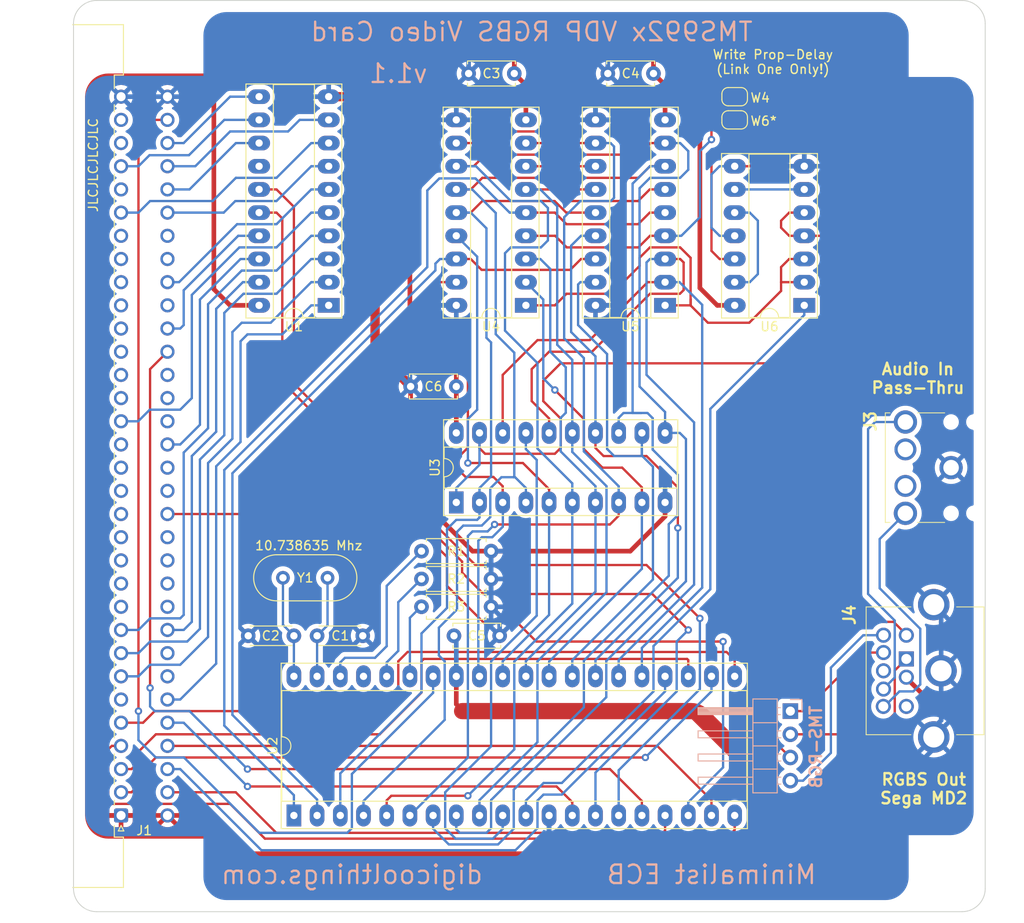
<source format=kicad_pcb>
(kicad_pcb (version 20221018) (generator pcbnew)
  (layers (0 "F.Cu" signal) (31 "B.Cu" signal) (34 "B.Paste" user) (35 "F.Paste" user) (36 "B.SilkS" user "B.Silkscreen") (37 "F.SilkS" user "F.Silkscreen") (38 "B.Mask" user) (39 "F.Mask" user) (44 "Edge.Cuts" user))
  (net 0 "")
  (net 1 "GND")
  (net 2 "Net-(U2-XTAL1)")
  (net 3 "Net-(U2-XTAL2)")
  (net 4 "+5V")
  (net 5 "ECB_RESET")
  (net 6 "ECB_MREQ")
  (net 7 "ECB_CLK")
  (net 8 "ECB_A15")
  (net 9 "ECB_A12")
  (net 12 "ECB_RD")
  (net 14 "ECB_WR")
  (net 15 "ECB_INT")
  (net 19 "ECB_A11")
  (net 22 "ECB_D1")
  (net 27 "ECB_A7")
  (net 30 "ECB_A3")
  (net 31 "ECB_A0")
  (net 32 "ECB_D2")
  (net 33 "ECB_D7")
  (net 34 "ECB_D0")
  (net 37 "ECB_A13")
  (net 39 "ECB_IORQ")
  (net 48 "ECB_A14")
  (net 57 "ECB_A6")
  (net 58 "ECB_A5")
  (net 59 "ECB_A4")
  (net 61 "ECB_D4")
  (net 62 "ECB_D3")
  (net 63 "ECB_D6")
  (net 64 "ECB_D5")
  (net 65 "VID_R")
  (net 66 "VID_G")
  (net 67 "VID_B")
  (net 68 "VID_S")
  (net 71 "AUD_R")
  (net 72 "AUD_L")
  (net 75 "W")
  (net 76 "Net-(U2-R-Y)")
  (net 77 "W4")
  (net 78 "W6")
  (net 79 "Net-(U2-Y)")
  (net 80 "Net-(U2-B-Y)")
  (net 83 "CSR")
  (net 84 "CSW")
  (net 85 "G")
  (net 86 "RD0")
  (net 87 "RD1")
  (net 88 "RW")
  (net 89 "RD2")
  (net 90 "AD0")
  (net 91 "RD3")
  (net 92 "AD1")
  (net 93 "RD4")
  (net 94 "AD2")
  (net 95 "RD5")
  (net 96 "AD3")
  (net 97 "RD6")
  (net 98 "AD4")
  (net 99 "RD7")
  (net 100 "AD5")
  (net 101 "AD6")
  (net 102 "AD7")
  (net 103 "CAS")
  (net 104 "RAS")
  (net 105 "OE")
  (net 106 "Net-(U6-Pad10)")
  (net 107 "Net-(U6-Pad6)")
  (footprint "Capacitor_THT:C_Disc_D4.3mm_W1.9mm_P5.00mm" (layer "F.Cu") (at 123.19 116.205)
    (fp_text reference "C1")
    (fp_text value "33pf")
  )
  (footprint "Capacitor_THT:C_Disc_D4.3mm_W1.9mm_P5.00mm" (layer "F.Cu") (at 120.65 116.205 180)
    (fp_text reference "C2")
    (fp_text value "33pf")
  )
  (footprint "Capacitor_THT:C_Disc_D5.0mm_W2.5mm_P5.00mm" (layer "F.Cu") (at 144.78 54.61 180)
    (fp_text reference "C3")
    (fp_text value "0.1uf")
  )
  (footprint "Capacitor_THT:C_Disc_D5.0mm_W2.5mm_P5.00mm" (layer "F.Cu") (at 160.02 54.61 180)
    (fp_text reference "C4")
    (fp_text value "0.1uf")
  )
  (footprint "MountingHole:MountingHole_3.2mm_M3" (layer "F.Cu") (at 192.532 50.419)
    (fp_text reference "H1" hide)
    (fp_text value "MountingHole")
  )
  (footprint "MountingHole:MountingHole_3.2mm_M3" (layer "F.Cu") (at 192.532 142.621)
    (fp_text reference "H2" hide)
    (fp_text value "MountingHole")
  )
  (footprint "MyCustomFootprintLibrary:KMDGX9SBS1" (layer "F.Cu") (at 187.706 118.745 90)
    (fp_text reference "J4")
    (fp_text value "KMDGX-9S-BS-1" hide)
  )
  (footprint "Jumper:SolderJumper-2_P1.3mm_Bridged_RoundedPad1.0x1.5mm" (layer "F.Cu") (at 168.91 59.69 180)
    (fp_text reference "JP2" hide)
    (fp_text value "SolderJumper_2_Bridged")
  )
  (footprint "Resistor_THT:R_Axial_DIN0207_L6.3mm_D2.5mm_P7.62mm_Horizontal" (layer "F.Cu") (at 134.62 113.03)
    (fp_text reference "R3")
    (fp_text value "470R")
  )
  (footprint "Resistor_THT:R_Axial_DIN0207_L6.3mm_D2.5mm_P7.62mm_Horizontal" (layer "F.Cu") (at 134.62 106.934)
    (fp_text reference "R1")
    (fp_text value "470R")
  )
  (footprint "Resistor_THT:R_Axial_DIN0207_L6.3mm_D2.5mm_P7.62mm_Horizontal" (layer "F.Cu") (at 134.62 109.982)
    (fp_text reference "R2")
    (fp_text value "470R")
  )
  (footprint "Package_DIP:DIP-20_W7.62mm_Socket_LongPads" (layer "F.Cu") (at 124.46 80.01 180)
    (fp_text reference "U1")
    (fp_text value "ATF16V8")
  )
  (footprint "Package_DIP:DIP-40_W15.24mm_Socket_LongPads" (layer "F.Cu") (at 120.65 135.89 90)
    (fp_text reference "U2")
    (fp_text value "TMS9929A")
  )
  (footprint "Package_DIP:DIP-20_W7.62mm_Socket_LongPads" (layer "F.Cu") (at 138.43 101.6 90)
    (fp_text reference "U3")
    (fp_text value "74HCT244")
  )
  (footprint "Package_DIP:DIP-18_W7.62mm_Socket_LongPads" (layer "F.Cu") (at 161.29 80.01 180)
    (fp_text reference "U5")
    (fp_text value "4464_DRAM")
  )
  (footprint "Package_DIP:DIP-14_W7.62mm_Socket_LongPads" (layer "F.Cu") (at 176.53 80.01 180)
    (fp_text reference "U6")
    (fp_text value "74HCT04")
  )
  (footprint "Package_DIP:DIP-18_W7.62mm_Socket_LongPads" (layer "F.Cu") (at 146.05 80.01 180)
    (fp_text reference "U4")
    (fp_text value "4464_DRAM")
  )
  (footprint "Crystal:Crystal_HC49-U_Vertical" (layer "F.Cu") (at 124.333 109.855 180)
    (fp_text reference "Y1")
    (fp_text value " 10.738635 Mhz")
  )
  (footprint "Capacitor_THT:C_Disc_D5.0mm_W2.5mm_P5.00mm" (layer "F.Cu") (at 138.43 88.9 180)
    (fp_text reference "C6")
    (fp_text value "0.1uf")
  )
  (footprint "MyCustomFootprintLibrary:DIN41612_C_2x32_C64AC_Male_Horizontal_THT" (layer "F.Cu") (at 101.727 135.89 90)
    (fp_text reference "J1")
    (fp_text value "MECB_64AC")
  )
  (footprint "Capacitor_THT:C_Disc_D5.0mm_W2.5mm_P5.00mm" (layer "F.Cu") (at 138.176 116.205)
    (fp_text reference "C5")
    (fp_text value "0.1uf")
  )
  (footprint "MyCustomFootprintLibrary:SJ13523N" (layer "F.Cu") (at 197.104 97.79 180)
    (fp_text reference "J3")
    (fp_text value "SJ1-3523N" hide)
  )
  (footprint "MountingHole:MountingHole_3.2mm_M3" (layer "F.Cu") (at 106.172 50.419)
    (fp_text reference "H3" hide)
    (fp_text value "MountingHole")
  )
  (footprint "MountingHole:MountingHole_3.2mm_M3" (layer "F.Cu") (at 106.172 142.621)
    (fp_text reference "H4" hide)
    (fp_text value "MountingHole")
  )
  (footprint "Jumper:SolderJumper-2_P1.3mm_Open_RoundedPad1.0x1.5mm" (layer "F.Cu") (at 168.91 57.15 180)
    (fp_text reference "JP1" hide)
    (fp_text value "SolderJumper_2_Open")
  )
  (footprint "Connector_PinHeader_2.54mm:PinHeader_1x04_P2.54mm_Horizontal" (layer "B.Cu") (at 175.006 124.46 180)
    (fp_text reference "J2" hide)
    (fp_text value "Conn_01x04")
  )
  (gr_arc (start 99.06 146.431) (mid 97.263949 145.687051) (end 96.52 143.891) (stroke (width 0.1)) (layer "Edge.Cuts"))
  (gr_line (start 196.342 143.891) (end 196.342 49.149) (stroke (width 0.1)) (layer "Edge.Cuts"))
  (gr_arc (start 96.52 49.149) (mid 97.263949 47.352949) (end 99.06 46.609) (stroke (width 0.1)) (layer "Edge.Cuts"))
  (gr_arc (start 193.802 46.609) (mid 195.598051 47.352949) (end 196.342 49.149) (stroke (width 0.1)) (layer "Edge.Cuts"))
  (gr_line (start 96.52 49.149) (end 96.52 143.891) (stroke (width 0.1)) (layer "Edge.Cuts"))
  (gr_line (start 99.06 146.431) (end 193.802 146.431) (stroke (width 0.1)) (layer "Edge.Cuts"))
  (gr_arc (start 196.342 143.891) (mid 195.598051 145.687051) (end 193.802 146.431) (stroke (width 0.1)) (layer "Edge.Cuts"))
  (gr_line (start 193.802 46.609) (end 99.06 46.609) (stroke (width 0.1)) (layer "Edge.Cuts"))
  (gr_text "digicoolthings.com" (at 127 142.367) (layer "B.SilkS") (effects (font (size 2.032 2.032) (thickness 0.254)) (justify mirror)))
  (gr_text "Minimalist ECB" (at 166.37 142.367) (layer "B.SilkS") (effects (font (size 2.032 2.032) (thickness 0.254)) (justify mirror)))
  (gr_text "TMS992x VDP RGBS Video Card" (at 146.685 50.038) (layer "B.SilkS") (effects (font (size 2.032 2.032) (thickness 0.254)) (justify mirror)))
  (gr_text "v1.1" (at 132.08 54.61) (layer "B.SilkS") (effects (font (size 2.032 2.032) (thickness 0.254)) (justify mirror)))
  (gr_text "Audio In\nPass-Thru" (at 188.976 88.011) (layer "F.SilkS") (effects (font (size 1.27 1.27) (thickness 0.254))))
  (gr_text "RGBS Out\nSega MD2" (at 189.611 132.969) (layer "F.SilkS") (effects (font (size 1.27 1.27) (thickness 0.254))))
  (gr_text "JLCJLCJLCJLC" (at 98.679 64.643 90) (layer "F.SilkS") (effects (font (size 1 1))))
  (gr_text "Write Prop-Delay\n(Link One Only!)" (at 173.101 53.34) (layer "F.SilkS") (effects (font (size 1 1))))
  (segment (start 140.208 106.934) (end 142.24 106.934) (width 0.508) (layer "F.Cu") (net 1))
  (segment (start 133.43 88.8765) (end 133.43 88.9) (width 1.016) (layer "F.Cu") (net 1))
  (segment (start 133.437 100.163) (end 140.208 106.934) (width 0.508) (layer "F.Cu") (net 1))
  (segment (start 142.24 106.934) (end 157.48 106.934) (width 0.508) (layer "F.Cu") (net 1))
  (segment (start 161.29 103.124) (end 161.29 101.6) (width 0.508) (layer "F.Cu") (net 1))
  (segment (start 133.43 100.17) (end 133.437 100.163) (width 0.508) (layer "F.Cu") (net 1))
  (segment (start 129.54 58.42) (end 129.54 84.9865) (width 1.016) (layer "F.Cu") (net 1))
  (segment (start 157.48 106.934) (end 161.29 103.124) (width 0.508) (layer "F.Cu") (net 1))
  (segment (start 124.46 57.15) (end 128.27 57.15) (width 1.016) (layer "F.Cu") (net 1))
  (segment (start 191.643 97.79) (end 191.715 97.79) (width 0.508) (layer "F.Cu") (net 1))
  (segment (start 129.54 84.9865) (end 133.43 88.8765) (width 1.016) (layer "F.Cu") (net 1))
  (segment (start 133.43 88.9) (end 133.43 100.17) (width 0.508) (layer "F.Cu") (net 1))
  (segment (start 128.27 57.15) (end 129.54 58.42) (width 1.016) (layer "F.Cu") (net 1))
  (segment (start 142.24 113.03) (end 143.176 113.966) (width 0.508) (layer "B.Cu") (net 1))
  (segment (start 101.727 57.15) (end 106.807 57.15) (width 0.508) (layer "B.Cu") (net 1))
  (segment (start 179.578 139.7) (end 149.86 139.7) (width 0.508) (layer "B.Cu") (net 1))
  (segment (start 106.807 57.15) (end 110.49 57.15) (width 0.508) (layer "B.Cu") (net 1))
  (segment (start 189.69 129.588) (end 179.578 139.7) (width 0.508) (layer "B.Cu") (net 1))
  (segment (start 191.516 125.469) (end 189.69 127.295) (width 0.508) (layer "B.Cu") (net 1))
  (segment (start 133.35 82.423) (end 135.763 80.01) (width 0.508) (layer "B.Cu") (net 1))
  (segment (start 138.43 55.96) (end 138.43 59.69) (width 0.508) (layer "B.Cu") (net 1))
  (segment (start 190.49 113.595) (end 189.69 112.795) (width 0.508) (layer "B.Cu") (net 1))
  (segment (start 135.763 80.01) (end 136.7217 80.01) (width 0.508) (layer "B.Cu") (net 1))
  (segment (start 155.916 59.69) (end 156.718 60.492) (width 0.508) (layer "B.Cu") (net 1))
  (segment (start 124.714 50.927) (end 139.827 50.927) (width 0.508) (layer "B.Cu") (net 1))
  (segment (start 116.713 50.927) (end 124.714 50.927) (width 0.508) (layer "B.Cu") (net 1))
  (segment (start 190.754 128.531) (end 189.738 129.547) (width 0.508) (layer "B.Cu") (net 1))
  (segment (start 142.24 106.934) (end 142.24 109.982) (width 0.508) (layer "B.Cu") (net 1))
  (segment (start 133.43 88.9) (end 133.35 88.82) (width 0.508) (layer "B.Cu") (net 1))
  (segment (start 139.78 54.61) (end 139.78 50.974) (width 0.508) (layer "B.Cu") (net 1))
  (segment (start 156.718 60.492) (end 156.718 79.53065) (width 0.508) (layer "B.Cu") (net 1))
  (segment (start 169.418 50.927) (end 176.53 58.039) (width 0.508) (layer "B.Cu") (net 1))
  (segment (start 110.49 57.15) (end 116.713 50.927) (width 0.508) (layer "B.Cu") (net 1))
  (segment (start 139.78 54.61) (end 138.43 55.96) (width 0.508) (layer "B.Cu") (net 1))
  (segment (start 191.506 120.045) (end 191.516 120.055) (width 0.508) (layer "B.Cu") (net 1))
  (segment (start 176.53 58.039) (end 176.53 64.77) (width 0.508) (layer "B.Cu") (net 1))
  (segment (start 148.59 138.43) (end 148.59 135.89) (width 0.508) (layer "B.Cu") (net 1))
  (segment (start 142.24 109.982) (end 142.24 113.03) (width 0.508) (layer "B.Cu") (net 1))
  (segment (start 155.067 50.927) (end 169.418 50.927) (width 0.508) (layer "B.Cu") (net 1))
  (segment (start 191.516 120.015) (end 191.516 113.605) (width 0.508) (layer "B.Cu") (net 1))
  (segment (start 139.78 50.974) (end 139.827 50.927) (width 0.508) (layer "B.Cu") (net 1))
  (segment (start 136.7217 80.01) (end 138.43 80.01) (width 0.508) (layer "B.Cu") (net 1))
  (segment (start 156.718 79.53065) (end 156.23865 80.01) (width 0.508) (layer "B.Cu") (net 1))
  (segment (start 155.02 54.61) (end 153.67 55.96) (width 0.508) (layer "B.Cu") (net 1))
  (segment (start 156.23865 80.01) (end 153.67 80.01) (width 0.508) (layer "B.Cu") (net 1))
  (segment (start 124.46 50.927) (end 124.46 57.15) (width 0.508) (layer "B.Cu") (net 1))
  (segment (start 190.754 127.343) (end 190.754 128.531) (width 0.508) (layer "B.Cu") (net 1))
  (segment (start 155.02 54.61) (end 155.02 50.974) (width 0.508) (layer "B.Cu") (net 1))
  (segment (start 149.86 139.7) (end 148.59 138.43) (width 0.508) (layer "B.Cu") (net 1))
  (segment (start 139.827 50.927) (end 155.067 50.927) (width 0.508) (layer "B.Cu") (net 1))
  (segment (start 191.516 113.605) (end 190.706 112.795) (width 0.508) (layer "B.Cu") (net 1))
  (segment (start 153.67 59.69) (end 155.916 59.69) (width 0.508) (layer "B.Cu") (net 1))
  (segment (start 191.516 120.055) (end 191.516 125.469) (width 0.508) (layer "B.Cu") (net 1))
  (segment (start 153.67 55.96) (end 153.67 59.69) (width 0.508) (layer "B.Cu") (net 1))
  (segment (start 143.176 113.966) (end 143.176 116.205) (width 0.508) (layer "B.Cu") (net 1))
  (segment (start 155.02 50.974) (end 155.067 50.927) (width 0.508) (layer "B.Cu") (net 1))
  (segment (start 133.35 88.82) (end 133.35 82.423) (width 0.508) (layer "B.Cu") (net 1))
  (segment (start 138.43 59.69) (end 138.81 59.69) (width 0.508) (layer "B.Cu") (net 1))
  (segment (start 190.706 127.295) (end 190.754 127.343) (width 0.508) (layer "B.Cu") (net 1))
  (segment (start 124.333 115.062) (end 123.19 116.205) (width 0.254) (layer "B.Cu") (net 2))
  (segment (start 124.333 109.855) (end 124.46 109.982) (width 0.254) (layer "B.Cu") (net 2))
  (segment (start 123.19 120.65) (end 123.19 116.205) (width 0.254) (layer "B.Cu") (net 2))
  (segment (start 124.333 109.855) (end 124.333 115.062) (width 0.254) (layer "B.Cu") (net 2))
  (segment (start 119.453 115.008) (end 120.65 116.205) (width 0.254) (layer "B.Cu") (net 3))
  (segment (start 119.453 109.855) (end 119.38 109.928) (width 0.254) (layer "B.Cu") (net 3))
  (segment (start 119.453 109.855) (end 119.453 115.008) (width 0.254) (layer "B.Cu") (net 3))
  (segment (start 120.65 120.65) (end 120.65 116.205) (width 0.254) (layer "B.Cu") (net 3))
  (segment (start 111.887 55.245) (end 112.395 55.245) (width 0.508) (layer "F.Cu") (net 4))
  (segment (start 171.831 139.954) (end 171.069 140.716) (width 0.508) (layer "F.Cu") (net 4))
  (segment (start 146.05 55.88) (end 146.05 59.69) (width 0.508) (layer "F.Cu") (net 4))
  (segment (start 99.187 55.245) (end 98.425 56.007) (width 0.508) (layer "F.Cu") (net 4))
  (segment (start 164.465 124.46) (end 171.831 131.826) (width 0.508) (layer "F.Cu") (net 4))
  (segment (start 116.713 50.927) (end 120.904 50.927) (width 0.508) (layer "F.Cu") (net 4))
  (segment (start 111.887 55.245) (end 99.187 55.245) (width 0.508) (layer "F.Cu") (net 4))
  (segment (start 139.192 124.46) (end 164.465 124.46) (width 0.508) (layer "F.Cu") (net 4))
  (segment (start 160.02 50.927) (end 164.24275 50.927) (width 0.508) (layer "F.Cu") (net 4))
  (segment (start 165.1 78.105) (end 167.005 80.01) (width 0.508) (layer "F.Cu") (net 4))
  (segment (start 111.887 78.232) (end 111.887 55.245) (width 0.508) (layer "F.Cu") (net 4))
  (segment (start 120.904 50.927) (end 133.35 50.927) (width 0.508) (layer "F.Cu") (net 4))
  (segment (start 167.005 80.01) (end 168.91 80.01) (width 0.508) (layer "F.Cu") (net 4))
  (segment (start 138.43 93.98) (end 138.43 86.36) (width 0.508) (layer "F.Cu") (net 4))
  (segment (start 164.24275 50.927) (end 165.1 51.78425) (width 0.508) (layer "F.Cu") (net 4))
  (segment (start 133.35 81.28) (end 133.35 50.927) (width 0.508) (layer "F.Cu") (net 4))
  (segment (start 171.831 131.826) (end 171.831 139.954) (width 0.508) (layer "F.Cu") (net 4))
  (segment (start 106.807 135.89) (end 101.727 135.89) (width 0.508) (layer "F.Cu") (net 4))
  (segment (start 187.6265 120.745) (end 189.484 122.6025) (width 0.508) (layer "F.Cu") (net 4))
  (segment (start 98.425 56.007) (end 98.425 135.255) (width 0.508) (layer "F.Cu") (net 4))
  (segment (start 179.451 134.62) (end 171.831 134.62) (width 0.508) (layer "F.Cu") (net 4))
  (segment (start 113.665 80.01) (end 111.887 78.232) (width 0.508) (layer "F.Cu") (net 4))
  (segment (start 189.484 122.6025) (end 189.484 124.587) (width 0.508) (layer "F.Cu") (net 4))
  (segment (start 160.02 54.61) (end 161.29 55.88) (width 0.508) (layer "F.Cu") (net 4))
  (segment (start 112.395 55.245) (end 116.713 50.927) (width 0.508) (layer "F.Cu") (net 4))
  (segment (start 171.069 140.716) (end 115.28425 140.716) (width 0.508) (layer "F.Cu") (net 4))
  (segment (start 189.484 124.587) (end 179.451 134.62) (width 0.508) (layer "F.Cu") (net 4))
  (segment (start 161.29 55.88) (end 161.29 59.69) (width 0.508) (layer "F.Cu") (net 4))
  (segment (start 98.425 135.255) (end 99.06 135.89) (width 0.508) (layer "F.Cu") (net 4))
  (segment (start 138.43 123.698) (end 139.192 124.46) (width 0.508) (layer "F.Cu") (net 4))
  (segment (start 160.02 54.61) (end 160.02 50.927) (width 0.508) (layer "F.Cu") (net 4))
  (segment (start 110.45825 135.89) (end 106.807 135.89) (width 0.508) (layer "F.Cu") (net 4))
  (segment (start 99.06 135.89) (end 101.727 135.89) (width 0.508) (layer "F.Cu") (net 4))
  (segment (start 116.84 80.01) (end 113.665 80.01) (width 0.508) (layer "F.Cu") (net 4))
  (segment (start 115.28425 140.716) (end 110.45825 135.89) (width 0.508) (layer "F.Cu") (net 4))
  (segment (start 144.78 54.61) (end 144.78 50.927) (width 0.508) (layer "F.Cu") (net 4))
  (segment (start 138.43 86.36) (end 133.35 81.28) (width 0.508) (layer "F.Cu") (net 4))
  (segment (start 144.78 54.61) (end 146.05 55.88) (width 0.508) (layer "F.Cu") (net 4))
  (segment (start 165.1 51.78425) (end 165.1 78.105) (width 0.508) (layer "F.Cu") (net 4))
  (segment (start 133.35 50.927) (end 144.78 50.927) (width 0.508) (layer "F.Cu") (net 4))
  (segment (start 144.78 50.927) (end 160.02 50.927) (width 0.508) (layer "F.Cu") (net 4))
  (segment (start 138.43 120.65) (end 138.43 123.698) (width 0.508) (layer "F.Cu") (net 4))
  (segment (start 138.176 116.205) (end 138.43 116.459) (width 0.508) (layer "B.Cu") (net 4))
  (segment (start 138.43 116.459) (end 138.43 120.65) (width 0.508) (layer "B.Cu") (net 4))
  (segment (start 103.632 60.96) (end 103.632 124.46) (width 0.254) (layer "F.Cu") (net 5))
  (segment (start 104.902 59.69) (end 103.632 60.96) (width 0.254) (layer "F.Cu") (net 5))
  (segment (start 106.807 59.69) (end 104.902 59.69) (width 0.254) (layer "F.Cu") (net 5))
  (via (at 103.632 124.46) (size 0.8) (drill 0.4) (layers "F.Cu" "B.Cu") (net 5))
  (segment (start 108.614 129.54) (end 105.5297 129.54) (width 0.254) (layer "B.Cu") (net 5))
  (segment (start 127 137.287) (end 126.492 137.795) (width 0.254) (layer "B.Cu") (net 5))
  (segment (start 135.89 120.65) (end 135.89 122.45665) (width 0.254) (layer "B.Cu") (net 5))
  (segment (start 103.632 127.6423) (end 103.632 124.46) (width 0.254) (layer "B.Cu") (net 5))
  (segment (start 105.5297 129.54) (end 103.632 127.6423) (width 0.254) (layer "B.Cu") (net 5))
  (segment (start 127 131.34665) (end 127 137.287) (width 0.254) (layer "B.Cu") (net 5))
  (segment (start 116.869 137.795) (end 108.614 129.54) (width 0.254) (layer "B.Cu") (net 5))
  (segment (start 126.492 137.795) (end 116.869 137.795) (width 0.254) (layer "B.Cu") (net 5))
  (segment (start 135.89 122.45665) (end 127 131.34665) (width 0.254) (layer "B.Cu") (net 5))
  (segment (start 116.84 57.15) (end 113.665 57.15) (width 0.254) (layer "B.Cu") (net 6))
  (segment (start 108.585 62.23) (end 106.807 62.23) (width 0.254) (layer "B.Cu") (net 6))
  (segment (start 113.665 57.15) (end 108.585 62.23) (width 0.254) (layer "B.Cu") (net 6))
  (segment (start 113.665 60.96) (end 109.855 64.77) (width 0.254) (layer "B.Cu") (net 7))
  (segment (start 120.015 60.96) (end 113.665 60.96) (width 0.254) (layer "B.Cu") (net 7))
  (segment (start 109.855 64.77) (end 106.807 64.77) (width 0.254) (layer "B.Cu") (net 7))
  (segment (start 121.285 59.69) (end 120.015 60.96) (width 0.254) (layer "B.Cu") (net 7))
  (segment (start 124.46 59.69) (end 121.285 59.69) (width 0.254) (layer "B.Cu") (net 7))
  (segment (start 114.3 62.23) (end 116.84 62.23) (width 0.254) (layer "B.Cu") (net 8))
  (segment (start 106.807 67.31) (end 109.22 67.31) (width 0.254) (layer "B.Cu") (net 8))
  (segment (start 109.22 67.31) (end 114.3 62.23) (width 0.254) (layer "B.Cu") (net 8))
  (segment (start 122.555 64.77) (end 124.46 64.77) (width 0.254) (layer "B.Cu") (net 9))
  (segment (start 114.2365 68.58) (end 118.745 68.58) (width 0.254) (layer "B.Cu") (net 9))
  (segment (start 106.807 69.85) (end 112.9665 69.85) (width 0.254) (layer "B.Cu") (net 9))
  (segment (start 118.745 68.58) (end 122.555 64.77) (width 0.254) (layer "B.Cu") (net 9))
  (segment (start 112.9665 69.85) (end 114.2365 68.58) (width 0.254) (layer "B.Cu") (net 9))
  (segment (start 122.555 67.31) (end 118.745 71.12) (width 0.254) (layer "B.Cu") (net 12))
  (segment (start 114.427 71.12) (end 108.077 77.47) (width 0.254) (layer "B.Cu") (net 12))
  (segment (start 108.077 77.47) (end 106.807 77.47) (width 0.254) (layer "B.Cu") (net 12))
  (segment (start 124.46 67.31) (end 122.555 67.31) (width 0.254) (layer "B.Cu") (net 12))
  (segment (start 118.745 71.12) (end 114.427 71.12) (width 0.254) (layer "B.Cu") (net 12))
  (segment (start 108.585 82.169) (end 108.204 82.55) (width 0.254) (layer "B.Cu") (net 14))
  (segment (start 114.554 72.39) (end 108.585 78.359) (width 0.254) (layer "B.Cu") (net 14))
  (segment (start 108.204 82.55) (end 106.807 82.55) (width 0.254) (layer "B.Cu") (net 14))
  (segment (start 108.585 78.359) (end 108.585 82.169) (width 0.254) (layer "B.Cu") (net 14))
  (segment (start 116.84 72.39) (end 114.554 72.39) (width 0.254) (layer "B.Cu") (net 14))
  (segment (start 106.807 85.09) (end 104.902 86.995) (width 0.254) (layer "F.Cu") (net 15))
  (segment (start 158.75 134.3087) (end 155.2513 130.81) (width 0.254) (layer "F.Cu") (net 15))
  (segment (start 158.75 135.89) (end 158.75 134.3087) (width 0.254) (layer "F.Cu") (net 15))
  (segment (start 155.2513 130.81) (end 115.57 130.81) (width 0.254) (layer "F.Cu") (net 15))
  (segment (start 104.902 86.995) (end 104.902 121.92) (width 0.254) (layer "F.Cu") (net 15))
  (via (at 104.902 121.92) (size 0.8) (drill 0.4) (layers "F.Cu" "B.Cu") (net 15))
  (via (at 115.57 130.81) (size 0.8) (drill 0.4) (layers "F.Cu" "B.Cu") (net 15))
  (segment (start 104.902 123.952) (end 104.902 121.92) (width 0.254) (layer "B.Cu") (net 15))
  (segment (start 109.22 124.46) (end 105.41 124.46) (width 0.254) (layer "B.Cu") (net 15))
  (segment (start 105.41 124.46) (end 104.902 123.952) (width 0.254) (layer "B.Cu") (net 15))
  (segment (start 115.57 130.81) (end 109.22 124.46) (width 0.254) (layer "B.Cu") (net 15))
  (segment (start 108.204 95.25) (end 106.807 95.25) (width 0.254) (layer "B.Cu") (net 19))
  (segment (start 114.808 74.93) (end 110.363 79.375) (width 0.254) (layer "B.Cu") (net 19))
  (segment (start 110.363 93.091) (end 108.204 95.25) (width 0.254) (layer "B.Cu") (net 19))
  (segment (start 116.84 74.93) (end 114.808 74.93) (width 0.254) (layer "B.Cu") (net 19))
  (segment (start 110.363 79.375) (end 110.363 93.091) (width 0.254) (layer "B.Cu") (net 19))
  (segment (start 132.715 102.87) (end 137.414 107.569) (width 0.254) (layer "F.Cu") (net 22))
  (segment (start 147.193 116.84) (end 167.074315 116.84) (width 0.254) (layer "F.Cu") (net 22))
  (segment (start 167.074315 116.84) (end 167.64 116.84) (width 0.254) (layer "F.Cu") (net 22))
  (segment (start 141.478 114.808) (end 145.161 114.808) (width 0.254) (layer "F.Cu") (net 22))
  (segment (start 106.807 102.87) (end 132.715 102.87) (width 0.254) (layer "F.Cu") (net 22))
  (segment (start 137.414 110.744) (end 141.478 114.808) (width 0.254) (layer "F.Cu") (net 22))
  (segment (start 137.414 107.569) (end 137.414 110.744) (width 0.254) (layer "F.Cu") (net 22))
  (segment (start 145.161 114.808) (end 147.193 116.84) (width 0.254) (layer "F.Cu") (net 22))
  (via (at 167.64 116.84) (size 0.8) (drill 0.4) (layers "F.Cu" "B.Cu") (net 22))
  (segment (start 163.83 135.89) (end 163.83 134.436) (width 0.254) (layer "B.Cu") (net 22))
  (segment (start 167.64 130.626) (end 167.64 116.84) (width 0.254) (layer "B.Cu") (net 22))
  (segment (start 163.83 134.436) (end 167.64 130.626) (width 0.254) (layer "B.Cu") (net 22))
  (segment (start 112.141 80.391) (end 115.062 77.47) (width 0.254) (layer "B.Cu") (net 27))
  (segment (start 109.474 96.52) (end 112.141 93.853) (width 0.254) (layer "B.Cu") (net 27))
  (segment (start 109.474 114.681) (end 109.474 96.52) (width 0.254) (layer "B.Cu") (net 27))
  (segment (start 115.062 77.47) (end 116.84 77.47) (width 0.254) (layer "B.Cu") (net 27))
  (segment (start 106.807 115.57) (end 108.585 115.57) (width 0.254) (layer "B.Cu") (net 27))
  (segment (start 112.141 93.853) (end 112.141 80.391) (width 0.254) (layer "B.Cu") (net 27))
  (segment (start 108.585 115.57) (end 109.474 114.681) (width 0.254) (layer "B.Cu") (net 27))
  (segment (start 108.204 123.19) (end 112.141 119.253) (width 0.254) (layer "B.Cu") (net 30))
  (segment (start 112.141 97.641218) (end 114.808 94.974218) (width 0.254) (layer "B.Cu") (net 30))
  (segment (start 114.808 94.974218) (end 114.808 83.947) (width 0.254) (layer "B.Cu") (net 30))
  (segment (start 112.141 119.253) (end 112.141 97.641218) (width 0.254) (layer "B.Cu") (net 30))
  (segment (start 114.808 83.947) (end 115.57 83.185) (width 0.254) (layer "B.Cu") (net 30))
  (segment (start 115.57 83.185) (end 119.38 83.185) (width 0.254) (layer "B.Cu") (net 30))
  (segment (start 122.555 80.01) (end 124.46 80.01) (width 0.254) (layer "B.Cu") (net 30))
  (segment (start 106.807 123.19) (end 108.204 123.19) (width 0.254) (layer "B.Cu") (net 30))
  (segment (start 119.38 83.185) (end 122.555 80.01) (width 0.254) (layer "B.Cu") (net 30))
  (segment (start 151.13 135.89) (end 151.13 134.436) (width 0.254) (layer "F.Cu") (net 31))
  (segment (start 151.13 134.436) (end 149.409 132.715) (width 0.254) (layer "F.Cu") (net 31))
  (segment (start 149.409 132.715) (end 115.569996 132.715) (width 0.254) (layer "F.Cu") (net 31))
  (via (at 115.569996 132.715) (size 0.8) (drill 0.4) (layers "F.Cu" "B.Cu") (net 31))
  (segment (start 106.807 125.73) (end 108.584996 125.73) (width 0.254) (layer "B.Cu") (net 31))
  (segment (start 108.584996 125.73) (end 115.569996 132.715) (width 0.254) (layer "B.Cu") (net 31))
  (segment (start 166.37 134.21035) (end 160.42965 128.27) (width 0.254) (layer "F.Cu") (net 32))
  (segment (start 160.42965 128.27) (end 106.807 128.27) (width 0.254) (layer "F.Cu") (net 32))
  (segment (start 166.37 135.89) (end 166.37 134.21035) (width 0.254) (layer "F.Cu") (net 32))
  (segment (start 149.987 133.604) (end 161.29 122.301) (width 0.254) (layer "B.Cu") (net 33))
  (segment (start 147.32 134.2612) (end 147.9772 133.604) (width 0.254) (layer "B.Cu") (net 33))
  (segment (start 161.29 122.2313) (end 161.29 120.65) (width 0.254) (layer "B.Cu") (net 33))
  (segment (start 147.32 137.287) (end 147.32 134.2612) (width 0.254) (layer "B.Cu") (net 33))
  (segment (start 106.807 130.81) (end 108.204 130.81) (width 0.254) (layer "B.Cu") (net 33))
  (segment (start 117.094 139.7) (end 144.907 139.7) (width 0.254) (layer "B.Cu") (net 33))
  (segment (start 108.204 130.81) (end 117.094 139.7) (width 0.254) (layer "B.Cu") (net 33))
  (segment (start 161.29 122.301) (end 161.29 122.2313) (width 0.254) (layer "B.Cu") (net 33))
  (segment (start 147.9772 133.604) (end 149.987 133.604) (width 0.254) (layer "B.Cu") (net 33))
  (segment (start 144.907 139.7) (end 147.32 137.287) (width 0.254) (layer "B.Cu") (net 33))
  (segment (start 161.29 137.541) (end 161.036 137.795) (width 0.254) (layer "F.Cu") (net 34))
  (segment (start 118.7264 137.795) (end 114.2814 133.35) (width 0.254) (layer "F.Cu") (net 34))
  (segment (start 114.2814 133.35) (end 106.807 133.35) (width 0.254) (layer "F.Cu") (net 34))
  (segment (start 161.036 137.795) (end 118.7264 137.795) (width 0.254) (layer "F.Cu") (net 34))
  (segment (start 161.29 135.89) (end 161.29 137.541) (width 0.254) (layer "F.Cu") (net 34))
  (segment (start 101.727 64.77) (end 103.632 64.77) (width 0.254) (layer "B.Cu") (net 37))
  (segment (start 104.8405 63.5615) (end 109.1585 63.5615) (width 0.254) (layer "B.Cu") (net 37))
  (segment (start 103.632 64.77) (end 104.8405 63.5615) (width 0.254) (layer "B.Cu") (net 37))
  (segment (start 113.03 59.69) (end 116.84 59.69) (width 0.254) (layer "B.Cu") (net 37))
  (segment (start 109.1585 63.5615) (end 113.03 59.69) (width 0.254) (layer "B.Cu") (net 37))
  (segment (start 118.745 66.04) (end 114.3 66.04) (width 0.254) (layer "B.Cu") (net 39))
  (segment (start 103.632 69.85) (end 101.727 69.85) (width 0.254) (layer "B.Cu") (net 39))
  (segment (start 122.555 62.23) (end 118.745 66.04) (width 0.254) (layer "B.Cu") (net 39))
  (segment (start 124.46 62.23) (end 122.555 62.23) (width 0.254) (layer "B.Cu") (net 39))
  (segment (start 114.3 66.04) (end 111.76 68.58) (width 0.254) (layer "B.Cu") (net 39))
  (segment (start 104.902 68.58) (end 103.632 69.85) (width 0.254) (layer "B.Cu") (net 39))
  (segment (start 111.76 68.58) (end 104.902 68.58) (width 0.254) (layer "B.Cu") (net 39))
  (segment (start 114.681 73.66) (end 109.474 78.867) (width 0.254) (layer "B.Cu") (net 48))
  (segment (start 109.474 90.17) (end 108.204 91.44) (width 0.254) (layer "B.Cu") (net 48))
  (segment (start 118.745 73.66) (end 114.681 73.66) (width 0.254) (layer "B.Cu") (net 48))
  (segment (start 104.87025 91.44) (end 103.60025 92.71) (width 0.254) (layer "B.Cu") (net 48))
  (segment (start 108.204 91.44) (end 104.87025 91.44) (width 0.254) (layer "B.Cu") (net 48))
  (segment (start 122.555 69.85) (end 118.745 73.66) (width 0.254) (layer "B.Cu") (net 48))
  (segment (start 109.474 78.867) (end 109.474 90.17) (width 0.254) (layer "B.Cu") (net 48))
  (segment (start 103.60025 92.71) (end 101.727 92.71) (width 0.254) (layer "B.Cu") (net 48))
  (segment (start 124.46 69.85) (end 122.555 69.85) (width 0.254) (layer "B.Cu") (net 48))
  (segment (start 122.555 72.39) (end 124.46 72.39) (width 0.254) (layer "B.Cu") (net 57))
  (segment (start 114.935 76.2) (end 118.745 76.2) (width 0.254) (layer "B.Cu") (net 57))
  (segment (start 111.252 93.472) (end 111.252 79.883) (width 0.254) (layer "B.Cu") (net 57))
  (segment (start 108.204 114.3) (end 108.585 113.919) (width 0.254) (layer "B.Cu") (net 57))
  (segment (start 108.585 96.139) (end 111.252 93.472) (width 0.254) (layer "B.Cu") (net 57))
  (segment (start 104.902 114.3) (end 108.204 114.3) (width 0.254) (layer "B.Cu") (net 57))
  (segment (start 108.585 113.919) (end 108.585 96.139) (width 0.254) (layer "B.Cu") (net 57))
  (segment (start 101.727 115.57) (end 103.632 115.57) (width 0.254) (layer "B.Cu") (net 57))
  (segment (start 103.632 115.57) (end 104.902 114.3) (width 0.254) (layer "B.Cu") (net 57))
  (segment (start 111.252 79.883) (end 114.935 76.2) (width 0.254) (layer "B.Cu") (net 57))
  (segment (start 118.745 76.2) (end 122.555 72.39) (width 0.254) (layer "B.Cu") (net 57))
  (segment (start 115.1255 78.74) (end 118.745 78.74) (width 0.254) (layer "B.Cu") (net 58))
  (segment (start 101.727 118.11) (end 103.632 118.11) (width 0.254) (layer "B.Cu") (net 58))
  (segment (start 113.03 94.234) (end 113.03 80.8355) (width 0.254) (layer "B.Cu") (net 58))
  (segment (start 110.363 115.443) (end 110.363 96.901) (width 0.254) (layer "B.Cu") (net 58))
  (segment (start 113.03 80.8355) (end 115.1255 78.74) (width 0.254) (layer "B.Cu") (net 58))
  (segment (start 118.745 78.74) (end 122.555 74.93) (width 0.254) (layer "B.Cu") (net 58))
  (segment (start 103.632 118.11) (end 104.902 116.84) (width 0.254) (layer "B.Cu") (net 58))
  (segment (start 108.966 116.84) (end 110.363 115.443) (width 0.254) (layer "B.Cu") (net 58))
  (segment (start 110.363 96.901) (end 113.03 94.234) (width 0.254) (layer "B.Cu") (net 58))
  (segment (start 104.902 116.84) (end 108.966 116.84) (width 0.254) (layer "B.Cu") (net 58))
  (segment (start 122.555 74.93) (end 124.46 74.93) (width 0.254) (layer "B.Cu") (net 58))
  (segment (start 111.252 116.332) (end 108.204 119.38) (width 0.254) (layer "B.Cu") (net 59))
  (segment (start 118.11 81.915) (end 114.935 81.915) (width 0.254) (layer "B.Cu") (net 59))
  (segment (start 124.46 77.47) (end 122.555 77.47) (width 0.254) (layer "B.Cu") (net 59))
  (segment (start 113.919 82.931) (end 113.919 94.615) (width 0.254) (layer "B.Cu") (net 59))
  (segment (start 114.935 81.915) (end 113.919 82.931) (width 0.254) (layer "B.Cu") (net 59))
  (segment (start 103.632 120.65) (end 101.727 120.65) (width 0.254) (layer "B.Cu") (net 59))
  (segment (start 113.919 94.615) (end 111.252 97.282) (width 0.254) (layer "B.Cu") (net 59))
  (segment (start 122.555 77.47) (end 118.11 81.915) (width 0.254) (layer "B.Cu") (net 59))
  (segment (start 104.902 119.38) (end 103.632 120.65) (width 0.254) (layer "B.Cu") (net 59))
  (segment (start 108.204 119.38) (end 104.902 119.38) (width 0.254) (layer "B.Cu") (net 59))
  (segment (start 111.252 97.282) (end 111.252 116.332) (width 0.254) (layer "B.Cu") (net 59))
  (segment (start 132.08 118.999) (end 133.096 117.983) (width 0.254) (layer "F.Cu") (net 61))
  (segment (start 132.08 122.428) (end 132.08 118.999) (width 0.254) (layer "F.Cu") (net 61))
  (segment (start 101.727 125.73) (end 104.14 125.73) (width 0.254) (layer "F.Cu") (net 61))
  (segment (start 133.096 117.983) (end 168.021 117.983) (width 0.254) (layer "F.Cu") (net 61))
  (segment (start 168.021 117.983) (end 168.91 118.872) (width 0.254) (layer "F.Cu") (net 61))
  (segment (start 104.14 125.73) (end 105.41 124.46) (width 0.254) (layer "F.Cu") (net 61))
  (segment (start 105.41 124.46) (end 130.048 124.46) (width 0.254) (layer "F.Cu") (net 61))
  (segment (start 130.048 124.46) (end 132.08 122.428) (width 0.254) (layer "F.Cu") (net 61))
  (segment (start 168.91 118.872) (end 168.91 120.65) (width 0.254) (layer "F.Cu") (net 61))
  (segment (start 100.7629 134.62) (end 113.665 134.62) (width 0.254) (layer "F.Cu") (net 62))
  (segment (start 100.711 128.27) (end 100.33 128.651) (width 0.254) (layer "F.Cu") (net 62))
  (segment (start 117.475 138.43) (end 167.9513 138.43) (width 0.254) (layer "F.Cu") (net 62))
  (segment (start 168.91 137.4713) (end 168.91 135.89) (width 0.254) (layer "F.Cu") (net 62))
  (segment (start 113.665 134.62) (end 117.475 138.43) (width 0.254) (layer "F.Cu") (net 62))
  (segment (start 101.727 128.27) (end 100.711 128.27) (width 0.254) (layer "F.Cu") (net 62))
  (segment (start 100.33 128.651) (end 100.33 134.1871) (width 0.254) (layer "F.Cu") (net 62))
  (segment (start 100.33 134.1871) (end 100.7629 134.62) (width 0.254) (layer "F.Cu") (net 62))
  (segment (start 167.9513 138.43) (end 168.91 137.4713) (width 0.254) (layer "F.Cu") (net 62))
  (segment (start 130.048 127) (end 134.62 122.428) (width 0.254) (layer "F.Cu") (net 63))
  (segment (start 134.62 122.428) (end 134.62 118.999) (width 0.254) (layer "F.Cu") (net 63))
  (segment (start 163.703 118.745) (end 163.83 118.872) (width 0.254) (layer "F.Cu") (net 63))
  (segment (start 102.87 130.81) (end 103.632 130.048) (width 0.254) (layer "F.Cu") (net 63))
  (segment (start 103.632 130.048) (end 103.632 128.905) (width 0.254) (layer "F.Cu") (net 63))
  (segment (start 134.62 118.999) (end 134.874 118.745) (width 0.254) (layer "F.Cu") (net 63))
  (segment (start 105.537 127) (end 130.048 127) (width 0.254) (layer "F.Cu") (net 63))
  (segment (start 134.874 118.745) (end 163.703 118.745) (width 0.254) (layer "F.Cu") (net 63))
  (segment (start 101.727 130.81) (end 102.87 130.81) (width 0.254) (layer "F.Cu") (net 63))
  (segment (start 163.83 118.872) (end 163.83 120.65) (width 0.254) (layer "F.Cu") (net 63))
  (segment (start 103.632 128.905) (end 105.537 127) (width 0.254) (layer "F.Cu") (net 63))
  (segment (start 104.902 130.175) (end 105.537002 129.539998) (width 0.254) (layer "F.Cu") (net 64))
  (segment (start 104.902 131.318) (end 104.902 130.175) (width 0.254) (layer "F.Cu") (net 64))
  (segment (start 102.87 133.35) (end 104.902 131.318) (width 0.254) (layer "F.Cu") (net 64))
  (segment (start 105.537002 129.539998) (end 159.131 129.539998) (width 0.254) (layer "F.Cu") (net 64))
  (segment (start 101.727 133.35) (end 102.87 133.35) (width 0.254) (layer "F.Cu") (net 64))
  (via (at 159.131 129.539998) (size 0.8) (drill 0.4) (layers "F.Cu" "B.Cu") (net 64))
  (segment (start 166.37 120.65) (end 166.37 122.300998) (width 0.254) (layer "B.Cu") (net 64))
  (segment (start 166.37 122.300998) (end 159.131 129.539998) (width 0.254) (layer "B.Cu") (net 64))
  (segment (start 179.4439 119.6946) (end 182.9935 116.145) (width 0.254) (layer "B.Cu") (net 65))
  (segment (start 176.403 132.08) (end 179.4439 129.0391) (width 0.254) (layer "B.Cu") (net 65))
  (segment (start 182.9935 116.145) (end 185.206 116.145) (width 0.254) (layer "B.Cu") (net 65))
  (segment (start 175.006 132.08) (end 176.403 132.08) (width 0.254) (layer "B.Cu") (net 65))
  (segment (start 179.4439 129.0391) (end 179.4439 119.6946) (width 0.254) (layer "B.Cu") (net 65))
  (segment (start 173.355 123.2604) (end 173.355 127.889) (width 0.254) (layer "F.Cu") (net 66))
  (segment (start 173.355 127.889) (end 175.006 129.54) (width 0.254) (layer "F.Cu") (net 66))
  (segment (start 186.309 114.681) (end 181.9344 114.681) (width 0.254) (layer "F.Cu") (net 66))
  (segment (start 181.9344 114.681) (end 173.355 123.2604) (width 0.254) (layer "F.Cu") (net 66))
  (segment (start 187.706 116.145) (end 187.706 116.078) (width 0.254) (layer "F.Cu") (net 66))
  (segment (start 187.706 116.078) (end 186.309 114.681) (width 0.254) (layer "F.Cu") (net 66))
  (segment (start 187.706 118.745) (end 186.436 120.015) (width 0.254) (layer "F.Cu") (net 67))
  (segment (start 186.436 124.714) (end 184.15 127) (width 0.254) (layer "F.Cu") (net 67))
  (segment (start 186.436 120.015) (end 186.436 124.714) (width 0.254) (layer "F.Cu") (net 67))
  (segment (start 184.15 127) (end 175.006 127) (width 0.254) (layer "F.Cu") (net 67))
  (segment (start 182.945 118.045) (end 176.53 124.46) (width 0.254) (layer "F.Cu") (net 68))
  (segment (start 176.53 124.46) (end 175.006 124.46) (width 0.254) (layer "F.Cu") (net 68))
  (segment (start 185.206 118.045) (end 182.945 118.045) (width 0.254) (layer "F.Cu") (net 68))
  (segment (start 188.468 122.301) (end 189.23 121.539) (width 0.254) (layer "B.Cu") (net 71))
  (segment (start 185.186 123.945) (end 185.3065 123.945) (width 0.254) (layer "B.Cu") (net 71))
  (segment (start 189.23 115.443) (end 184.785 110.998) (width 0.254) (layer "B.Cu") (net 71))
  (segment (start 189.23 121.539) (end 189.23 115.443) (width 0.254) (layer "B.Cu") (net 71))
  (segment (start 185.3065 123.945) (end 186.9505 122.301) (width 0.254) (layer "B.Cu") (net 71))
  (segment (start 186.9505 122.301) (end 188.468 122.301) (width 0.254) (layer "B.Cu") (net 71))
  (segment (start 184.785 110.998) (end 184.785 105.609) (width 0.254) (layer "B.Cu") (net 71))
  (segment (start 184.785 105.609) (end 187.604 102.79) (width 0.254) (layer "B.Cu") (net 71))
  (segment (start 185.206 122.045) (end 185.206 122.007) (width 0.254) (layer "B.Cu") (net 72))
  (segment (start 186.436 120.777) (end 186.436 114.5445) (width 0.254) (layer "B.Cu") (net 72))
  (segment (start 185.206 122.007) (end 186.436 120.777) (width 0.254) (layer "B.Cu") (net 72))
  (segment (start 183.515 111.6235) (end 183.515 93.56175) (width 0.254) (layer "B.Cu") (net 72))
  (segment (start 187.604 92.79) (end 184.28675 92.79) (width 0.254) (layer "B.Cu") (net 72))
  (segment (start 183.515 93.56175) (end 184.28675 92.79) (width 0.254) (layer "B.Cu") (net 72))
  (segment (start 186.436 114.5445) (end 183.515 111.6235) (width 0.254) (layer "B.Cu") (net 72))
  (segment (start 159.639 72.39) (end 158.369 73.66) (width 0.254) (layer "F.Cu") (net 75))
  (segment (start 168.26 59.675) (end 168.245 59.69) (width 0.254) (layer "F.Cu") (net 75))
  (segment (start 168.245 59.69) (end 167.132 59.69) (width 0.254) (layer "F.Cu") (net 75))
  (segment (start 167.132 59.69) (end 166.37 60.452) (width 0.254) (layer "F.Cu") (net 75))
  (segment (start 168.26 57.15) (end 168.26 59.675) (width 0.254) (layer "F.Cu") (net 75))
  (segment (start 149.25365 72.39) (end 146.05 72.39) (width 0.254) (layer "F.Cu") (net 75))
  (segment (start 166.37 60.452) (end 166.37 61.849174) (width 0.254) (layer "F.Cu") (net 75))
  (segment (start 161.29 72.39) (end 159.639 72.39) (width 0.254) (layer "F.Cu") (net 75))
  (segment (start 158.369 73.66) (end 150.52365 73.66) (width 0.254) (layer "F.Cu") (net 75))
  (segment (start 150.52365 73.66) (end 149.25365 72.39) (width 0.254) (layer "F.Cu") (net 75))
  (via (at 166.37 61.849174) (size 0.8) (drill 0.4) (layers "F.Cu" "B.Cu") (net 75))
  (segment (start 165.1 70.358) (end 165.1 63.119174) (width 0.254) (layer "B.Cu") (net 75))
  (segment (start 161.29 72.39) (end 163.068 72.39) (width 0.254) (layer "B.Cu") (net 75))
  (segment (start 165.1 63.119174) (end 166.37 61.849174) (width 0.254) (layer "B.Cu") (net 75))
  (segment (start 163.068 72.39) (end 165.1 70.358) (width 0.254) (layer "B.Cu") (net 75))
  (segment (start 126.238 118.618) (end 129.54 118.618) (width 0.254) (layer "B.Cu") (net 76))
  (segment (start 130.81 117.348) (end 130.81 110.744) (width 0.254) (layer "B.Cu") (net 76))
  (segment (start 125.73 120.65) (end 125.73 119.126) (width 0.254) (layer "B.Cu") (net 76))
  (segment (start 129.54 118.618) (end 130.81 117.348) (width 0.254) (layer "B.Cu") (net 76))
  (segment (start 125.73 119.126) (end 126.238 118.618) (width 0.254) (layer "B.Cu") (net 76))
  (segment (start 130.81 110.744) (end 134.62 106.934) (width 0.254) (layer "B.Cu") (net 76))
  (segment (start 168.91 64.77) (end 170.561 64.77) (width 0.254) (layer "F.Cu") (net 77))
  (segment (start 171.45 63.881) (end 171.45 57.912) (width 0.254) (layer "F.Cu") (net 77))
  (segment (start 170.561 64.77) (end 171.45 63.881) (width 0.254) (layer "F.Cu") (net 77))
  (segment (start 171.45 57.912) (end 170.688 57.15) (width 0.254) (layer "F.Cu") (net 77))
  (segment (start 170.688 57.15) (end 169.56 57.15) (width 0.254) (layer "F.Cu") (net 77))
  (segment (start 167.259 72.39) (end 166.37 71.501) (width 0.254) (layer "B.Cu") (net 77))
  (segment (start 166.37 65.659) (end 167.259 64.77) (width 0.254) (layer "B.Cu") (net 77))
  (segment (start 167.259 64.77) (end 168.91 64.77) (width 0.254) (layer "B.Cu") (net 77))
  (segment (start 168.91 72.39) (end 167.259 72.39) (width 0.254) (layer "B.Cu") (net 77))
  (segment (start 166.37 71.501) (end 166.37 65.659) (width 0.254) (layer "B.Cu") (net 77))
  (segment (start 166.37 74.041) (end 166.37 63.5) (width 0.254) (layer "F.Cu") (net 78))
  (segment (start 169.545 61.087) (end 169.545 59.69) (width 0.254) (layer "F.Cu") (net 78))
  (segment (start 167.64 62.23) (end 168.402 62.23) (width 0.254) (layer "F.Cu") (net 78))
  (segment (start 168.91 74.93) (end 167.259 74.93) (width 0.254) (layer "F.Cu") (net 78))
  (segment (start 166.37 63.5) (end 167.64 62.23) (width 0.254) (layer "F.Cu") (net 78))
  (segment (start 167.259 74.93) (end 166.37 74.041) (width 0.254) (layer "F.Cu") (net 78))
  (segment (start 168.402 62.23) (end 169.545 61.087) (width 0.254) (layer "F.Cu") (net 78))
  (segment (start 130.81 119.126) (end 132.08 117.856) (width 0.254) (layer "B.Cu") (net 79))
  (segment (start 132.08 112.522) (end 134.62 109.982) (width 0.254) (layer "B.Cu") (net 79))
  (segment (start 132.08 117.856) (end 132.08 112.522) (width 0.254) (layer "B.Cu") (net 79))
  (segment (start 130.81 120.65) (end 130.81 119.126) (width 0.254) (layer "B.Cu") (net 79))
  (segment (start 133.35 120.65) (end 133.35 114.2365) (width 0.254) (layer "B.Cu") (net 80))
  (segment (start 134.5565 113.03) (end 134.62 113.03) (width 0.254) (layer "B.Cu") (net 80))
  (segment (start 133.35 114.2365) (end 134.5565 113.03) (width 0.254) (layer "B.Cu") (net 80))
  (segment (start 116.84 67.31) (end 118.745 67.31) (width 0.254) (layer "F.Cu") (net 83))
  (segment (start 159.258 108.458) (end 165.1 114.3) (width 0.254) (layer "F.Cu") (net 83))
  (segment (start 140.5255 108.458) (end 159.258 108.458) (width 0.254) (layer "F.Cu") (net 83))
  (segment (start 120.65 88.5825) (end 140.5255 108.458) (width 0.254) (layer "F.Cu") (net 83))
  (segment (start 118.745 67.31) (end 120.65 69.215) (width 0.254) (layer "F.Cu") (net 83))
  (segment (start 120.65 69.215) (end 120.65 88.5825) (width 0.254) (layer "F.Cu") (net 83))
  (via (at 165.1 114.3) (size 0.8) (drill 0.4) (layers "F.Cu" "B.Cu") (net 83))
  (segment (start 156.21 135.89) (end 156.21 130.937) (width 0.254) (layer "B.Cu") (net 83))
  (segment (start 165.1 122.047) (end 165.1 114.3) (width 0.254) (layer "B.Cu") (net 83))
  (segment (start 156.21 130.937) (end 165.1 122.047) (width 0.254) (layer "B.Cu") (net 83))
  (segment (start 119.38 70.485) (end 119.38 88.392) (width 0.254) (layer "F.Cu") (net 84))
  (segment (start 116.84 69.85) (end 118.745 69.85) (width 0.254) (layer "F.Cu") (net 84))
  (segment (start 159.893 111.633) (end 163.83 115.57) (width 0.254) (layer "F.Cu") (net 84))
  (segment (start 118.745 69.85) (end 119.38 70.485) (width 0.254) (layer "F.Cu") (net 84))
  (segment (start 141.4145 111.633) (end 159.893 111.633) (width 0.254) (layer "F.Cu") (net 84))
  (segment (start 139.065 109.2835) (end 141.4145 111.633) (width 0.254) (layer "F.Cu") (net 84))
  (segment (start 119.38 88.392) (end 139.065 108.077) (width 0.254) (layer "F.Cu") (net 84))
  (segment (start 139.065 108.077) (end 139.065 109.2835) (width 0.254) (layer "F.Cu") (net 84))
  (via (at 163.83 115.57) (size 0.8) (drill 0.4) (layers "F.Cu" "B.Cu") (net 84))
  (segment (start 162.56 122.301) (end 162.56 116.84) (width 0.254) (layer "B.Cu") (net 84))
  (segment (start 153.67 135.89) (end 153.67 131.191) (width 0.254) (layer "B.Cu") (net 84))
  (segment (start 162.56 116.84) (end 163.83 115.57) (width 0.254) (layer "B.Cu") (net 84))
  (segment (start 153.67 131.191) (end 162.56 122.301) (width 0.254) (layer "B.Cu") (net 84))
  (segment (start 170.5037 81.915) (end 173.99 78.4287) (width 0.254) (layer "F.Cu") (net 85))
  (segment (start 150.495 78.74) (end 155.448 78.74) (width 0.254) (layer "F.Cu") (net 85))
  (segment (start 149.225 80.01) (end 150.495 78.74) (width 0.254) (layer "F.Cu") (net 85))
  (segment (start 164.084 74.803) (end 164.084 79.3435) (width 0.254) (layer "F.Cu") (net 85))
  (segment (start 161.29 80.01) (end 164.084 80.01) (width 0.254) (layer "F.Cu") (net 85))
  (segment (start 165.9785 81.915) (end 170.5037 81.915) (width 0.254) (layer "F.Cu") (net 85))
  (segment (start 174.879 74.93) (end 176.53 74.93) (width 0.254) (layer "F.Cu") (net 85))
  (segment (start 155.448 78.74) (end 158.496 75.692) (width 0.254) (layer "F.Cu") (net 85))
  (segment (start 162.941 73.66) (end 164.084 74.803) (width 0.254) (layer "F.Cu") (net 85))
  (segment (start 164.084 80.01) (end 164.084 79.3435) (width 0.254) (layer "F.Cu") (net 85))
  (segment (start 173.99 77.47) (end 173.99 75.819) (width 0.254) (layer "F.Cu") (net 85))
  (segment (start 176.53 77.47) (end 173.99 77.47) (width 0.254) (layer "F.Cu") (net 85))
  (segment (start 146.05 80.01) (end 149.225 80.01) (width 0.254) (layer "F.Cu") (net 85))
  (segment (start 158.496 74.79735) (end 159.63335 73.66) (width 0.254) (layer "F.Cu") (net 85))
  (segment (start 159.63335 73.66) (end 162.941 73.66) (width 0.254) (layer "F.Cu") (net 85))
  (segment (start 173.99 78.4287) (end 173.99 77.47) (width 0.254) (layer "F.Cu") (net 85))
  (segment (start 164.084 80.0205) (end 165.9785 81.915) (width 0.254) (layer "F.Cu") (net 85))
  (segment (start 173.99 75.819) (end 174.879 74.93) (width 0.254) (layer "F.Cu") (net 85))
  (segment (start 164.084 79.3435) (end 164.084 80.0205) (width 0.254) (layer "F.Cu") (net 85))
  (segment (start 158.496 75.692) (end 158.496 74.79735) (width 0.254) (layer "F.Cu") (net 85))
  (segment (start 139.7 95.602575) (end 139.7 85.09) (width 0.254) (layer "F.Cu") (net 86))
  (segment (start 136.144 81.534) (end 136.144 77.978) (width 0.254) (layer "F.Cu") (net 86))
  (segment (start 138.684 98.044) (end 138.684 96.618575) (width 0.254) (layer "F.Cu") (net 86))
  (segment (start 138.684 96.618575) (end 139.7 95.602575) (width 0.254) (layer "F.Cu") (net 86))
  (segment (start 139.7 85.09) (end 136.144 81.534) (width 0.254) (layer "F.Cu") (net 86))
  (segment (start 143.51 101.6) (end 143.51 99.822) (width 0.254) (layer "F.Cu") (net 86))
  (segment (start 136.144 77.978) (end 136.652 77.47) (width 0.254) (layer "F.Cu") (net 86))
  (segment (start 143.51 99.822) (end 142.494 98.806) (width 0.254) (layer "F.Cu") (net 86))
  (segment (start 136.652 77.47) (end 138.43 77.47) (width 0.254) (layer "F.Cu") (net 86))
  (segment (start 142.494 98.806) (end 139.446 98.806) (width 0.254) (layer "F.Cu") (net 86))
  (segment (start 139.446 98.806) (end 138.684 98.044) (width 0.254) (layer "F.Cu") (net 86))
  (segment (start 140.97 120.65) (end 140.843 120.523) (width 0.254) (layer "B.Cu") (net 86))
  (segment (start 143.529002 104.25444) (end 143.529002 101.619002) (width 0.254) (layer "B.Cu") (net 86))
  (segment (start 143.529002 101.619002) (end 143.51 101.6) (width 0.254) (layer "B.Cu") (net 86))
  (segment (start 142.373442 105.41) (end 143.529002 104.25444) (width 0.254) (layer "B.Cu") (net 86))
  (segment (start 140.843 105.794221) (end 141.227221 105.41) (width 0.254) (layer "B.Cu") (net 86))
  (segment (start 141.227221 105.41) (end 142.373442 105.41) (width 0.254) (layer "B.Cu") (net 86))
  (segment (start 140.843 120.523) (end 140.843 105.794221) (width 0.254) (layer "B.Cu") (net 86))
  (segment (start 148.59 101.6) (end 148.59 100.146) (width 0.254) (layer "F.Cu") (net 87))
  (segment (start 145.726 97.282) (end 139.7 97.282) (width 0.254) (layer "F.Cu") (net 87))
  (segment (start 148.59 100.146) (end 145.726 97.282) (width 0.254) (layer "F.Cu") (net 87))
  (via (at 139.7 97.282) (size 0.8) (drill 0.4) (layers "F.Cu" "B.Cu") (net 87))
  (segment (start 140.716 91.44) (end 139.7 92.456) (width 0.254) (layer "B.Cu") (net 87))
  (segment (start 148.59 113.919) (end 143.51 118.999) (width 0.254) (layer "B.Cu") (net 87))
  (segment (start 143.51 118.999) (end 143.51 120.65) (width 0.254) (layer "B.Cu") (net 87))
  (segment (start 139.7 92.456) (end 139.7 97.282) (width 0.254) (layer "B.Cu") (net 87))
  (segment (start 140.716 74.676) (end 140.716 91.44) (width 0.254) (layer "B.Cu") (net 87))
  (segment (start 138.43 72.39) (end 140.716 74.676) (width 0.254) (layer "B.Cu") (net 87))
  (segment (start 148.59 101.6) (end 148.59 113.919) (width 0.254) (layer "B.Cu") (net 87))
  (segment (start 166.243 111.112) (end 166.243 91.351) (width 0.254) (layer "B.Cu") (net 88))
  (segment (start 146.05 135.89) (end 146.05 134.26845) (width 0.254) (layer "B.Cu") (net 88))
  (segment (start 160.02 122.301) (end 160.02 117.335) (width 0.254) (layer "B.Cu") (net 88))
  (segment (start 149.987 132.334) (end 160.02 122.301) (width 0.254) (layer "B.Cu") (net 88))
  (segment (start 147.98445 132.334) (end 149.987 132.334) (width 0.254) (layer "B.Cu") (net 88))
  (segment (start 166.243 91.351) (end 176.53 81.064) (width 0.254) (layer "B.Cu") (net 88))
  (segment (start 146.05 134.26845) (end 147.98445 132.334) (width 0.254) (layer "B.Cu") (net 88))
  (segment (start 176.53 81.064) (end 176.53 80.01) (width 0.254) (layer "B.Cu") (net 88))
  (segment (start 160.02 117.335) (end 166.243 111.112) (width 0.254) (layer "B.Cu") (net 88))
  (segment (start 150.4175 91.7786) (end 150.4175 86.7905) (width 0.254) (layer "B.Cu") (net 89))
  (segment (start 146.05 118.984675) (end 146.05 120.65) (width 0.254) (layer "B.Cu") (net 89))
  (segment (start 147.6313 74.93) (end 146.05 74.93) (width 0.254) (layer "B.Cu") (net 89))
  (segment (start 148.717 76.0157) (end 147.6313 74.93) (width 0.254) (layer "B.Cu") (net 89))
  (segment (start 149.86 92.3361) (end 150.4175 91.7786) (width 0.254) (layer "B.Cu") (net 89))
  (segment (start 153.67 101.6) (end 153.67 111.364675) (width 0.254) (layer "B.Cu") (net 89))
  (segment (start 153.67 99.822) (end 149.86 96.012) (width 0.254) (layer "B.Cu") (net 89))
  (segment (start 153.67 111.364675) (end 146.05 118.984675) (width 0.254) (layer "B.Cu") (net 89))
  (segment (start 150.4175 86.7905) (end 148.717 85.09) (width 0.254) (layer "B.Cu") (net 89))
  (segment (start 153.67 101.6) (end 153.67 99.822) (width 0.254) (layer "B.Cu") (net 89))
  (segment (start 148.717 85.09) (end 148.717 76.0157) (width 0.254) (layer "B.Cu") (net 89))
  (segment (start 149.86 96.012) (end 149.86 92.3361) (width 0.254) (layer "B.Cu") (net 89))
  (segment (start 142.24 118.999) (end 142.24 128.3237) (width 0.254) (layer "B.Cu") (net 90))
  (segment (start 138.346564 138.43) (end 142.44 138.43) (width 0.254) (layer "B.Cu") (net 90))
  (segment (start 146.05 95.758) (end 147.2346 96.9426) (width 0.254) (layer "B.Cu") (net 90))
  (segment (start 142.44 138.43) (end 143.51 137.36) (width 0.254) (layer "B.Cu") (net 90))
  (segment (start 142.24 128.3237) (end 137.2142 133.3495) (width 0.254) (layer "B.Cu") (net 90))
  (segment (start 147.2346 96.9426) (end 147.2346 114.0044) (width 0.254) (layer "B.Cu") (net 90))
  (segment (start 137.2142 133.3495) (end 137.2142 137.297636) (width 0.254) (layer "B.Cu") (net 90))
  (segment (start 137.2142 137.297636) (end 138.346564 138.43) (width 0.254) (layer "B.Cu") (net 90))
  (segment (start 147.2346 114.0044) (end 142.24 118.999) (width 0.254) (layer "B.Cu") (net 90))
  (segment (start 143.51 137.36) (end 143.51 135.89) (width 0.254) (layer "B.Cu") (net 90))
  (segment (start 146.05 93.98) (end 146.05 95.758) (width 0.254) (layer "B.Cu") (net 90))
  (segment (start 152.4 92.456002) (end 149.225 89.281002) (width 0.254) (layer "F.Cu") (net 91))
  (segment (start 154.432 97.79) (end 152.4 95.758) (width 0.254) (layer "F.Cu") (net 91))
  (segment (start 156.591 97.79) (end 154.432 97.79) (width 0.254) (layer "F.Cu") (net 91))
  (segment (start 158.75 101.6) (end 158.75 99.949) (width 0.254) (layer "F.Cu") (net 91))
  (segment (start 158.75 99.949) (end 156.591 97.79) (width 0.254) (layer "F.Cu") (net 91))
  (segment (start 152.4 95.758) (end 152.4 92.456002) (width 0.254) (layer "F.Cu") (net 91))
  (via (at 149.225 89.281002) (size 0.8) (drill 0.4) (layers "F.Cu" "B.Cu") (net 91))
  (segment (start 147.955 79.375) (end 147.955 88.011002) (width 0.254) (layer "B.Cu") (net 91))
  (segment (start 158.75 101.6) (end 158.75 108.87385) (width 0.254) (layer "B.Cu") (net 91))
  (segment (start 146.05 77.47) (end 147.955 79.375) (width 0.254) (layer "B.Cu") (net 91))
  (segment (start 147.955 88.011002) (end 149.225 89.281002) (width 0.254) (layer "B.Cu") (net 91))
  (segment (start 158.75 108.87385) (end 148.59 119.03385) (width 0.254) (layer "B.Cu") (net 91))
  (segment (start 148.59 119.03385) (end 148.59 120.65) (width 0.254) (layer "B.Cu") (net 91))
  (segment (start 159.61035 67.31) (end 161.29 67.31) (width 0.254) (layer "F.Cu") (net 92))
  (segment (start 150.495 68.58) (end 158.34035 68.58) (width 0.254) (layer "F.Cu") (net 92))
  (segment (start 146.05 67.31) (end 149.225 67.31) (width 0.254) (layer "F.Cu") (net 92))
  (segment (start 158.34035 68.58) (end 159.61035 67.31) (width 0.254) (layer "F.Cu") (net 92))
  (segment (start 149.225 67.31) (end 150.495 68.58) (width 0.254) (layer "F.Cu") (net 92))
  (segment (start 147.3165 127.86385) (end 147.3165 119.0025) (width 0.254) (layer "B.Cu") (net 92))
  (segment (start 151.13 96.0692) (end 151.13 93.98) (width 0.254) (layer "B.Cu") (net 92))
  (segment (start 151.13 93.98) (end 151.13 85.979) (width 0.254) (layer "B.Cu") (net 92))
  (segment (start 154.8765 111.4425) (end 154.8765 99.8157) (width 0.254) (layer "B.Cu") (net 92))
  (segment (start 151.13 85.979) (end 149.479 84.328) (width 0.254) (layer "B.Cu") (net 92))
  (segment (start 147.6313 67.31) (end 146.05 67.31) (width 0.254) (layer "B.Cu") (net 92))
  (segment (start 140.97 135.89) (end 140.97 134.21035) (width 0.254) (layer "B.Cu") (net 92))
  (segment (start 149.479 69.1577) (end 147.6313 67.31) (width 0.254) (layer "B.Cu") (net 92))
  (segment (start 147.3165 119.0025) (end 154.8765 111.4425) (width 0.254) (layer "B.Cu") (net 92))
  (segment (start 154.8765 99.8157) (end 151.13 96.0692) (width 0.254) (layer "B.Cu") (net 92))
  (segment (start 149.479 84.328) (end 149.479 69.1577) (width 0.254) (layer "B.Cu") (net 92))
  (segment (start 140.97 134.21035) (end 147.3165 127.86385) (width 0.254) (layer "B.Cu") (net 92))
  (segment (start 154.94 95.73955) (end 154.94 85.344) (width 0.254) (layer "B.Cu") (net 93))
  (segment (start 158.75 96.52) (end 155.72045 96.52) (width 0.254) (layer "B.Cu") (net 93))
  (segment (start 159.9618 97.68265) (end 159.9618 110.0402) (width 0.254) (layer "B.Cu") (net 93))
  (segment (start 158.75 95.6884) (end 158.75 96.52) (width 0.254) (layer "B.Cu") (net 93))
  (segment (start 158.75 95.6884) (end 158.75 96.47085) (width 0.254) (layer "B.Cu") (net 93))
  (segment (start 155.72045 96.52) (end 154.94 95.73955) (width 0.254) (layer "B.Cu") (net 93))
  (segment (start 158.75 93.98) (end 158.75 95.5613) (width 0.254) (layer "B.Cu") (net 93))
  (segment (start 158.75 96.47085) (end 159.9618 97.68265) (width 0.254) (layer "B.Cu") (net 93))
  (segment (start 152.019 77.47) (end 153.67 77.47) (width 0.254) (layer "B.Cu") (net 93))
  (segment (start 151.765 77.724) (end 152.019 77.47) (width 0.254) (layer "B.Cu") (net 93))
  (segment (start 158.75 95.5613) (end 158.75 95.6884) (width 0.254) (layer "B.Cu") (net 93))
  (segment (start 151.13 118.872) (end 151.13 120.65) (width 0.254) (layer "B.Cu") (net 93))
  (segment (start 159.9618 110.0402) (end 151.13 118.872) (width 0.254) (layer "B.Cu") (net 93))
  (segment (start 151.765 82.169) (end 151.765 77.724) (width 0.254) (layer "B.Cu") (net 93))
  (segment (start 154.94 85.344) (end 151.765 82.169) (width 0.254) (layer "B.Cu") (net 93))
  (segment (start 149.225 64.77) (end 146.05 64.77) (width 0.254) (layer "F.Cu") (net 94))
  (segment (start 161.29 64.77) (end 159.639 64.77) (width 0.254) (layer "F.Cu") (net 94))
  (segment (start 158.369 66.04) (end 150.495 66.04) (width 0.254) (layer "F.Cu") (net 94))
  (segment (start 159.639 64.77) (end 158.369 66.04) (width 0.254) (layer "F.Cu") (net 94))
  (segment (start 150.495 66.04) (end 149.225 64.77) (width 0.254) (layer "F.Cu") (net 94))
  (segment (start 152.4 124.0426) (end 142.24 134.2026) (width 0.254) (layer "B.Cu") (net 94))
  (segment (start 159.9314 92.3674) (end 159.9314 95.8124) (width 0.254) (layer "B.Cu") (net 94))
  (segment (start 158.6544 91.7953) (end 159.3593 91.7953) (width 0.254) (layer "B.Cu") (net 94))
  (segment (start 138.811 137.795) (end 138.43 137.414) (width 0.254) (layer "B.Cu") (net 94))
  (segment (start 142.24 137.287) (end 141.732 137.795) (width 0.254) (layer "B.Cu") (net 94))
  (segment (start 156.21 92.329) (end 156.7437 91.7953) (width 0.254) (layer "B.Cu") (net 94))
  (segment (start 159.639 64.77) (end 161.29 64.77) (width 0.254) (layer "B.Cu") (net 94))
  (segment (start 162.687 102.99415) (end 161.6927 103.98845) (width 0.254) (layer "B.Cu") (net 94))
  (segment (start 161.6927 109.6365) (end 152.4 118.9292) (width 0.254) (layer "B.Cu") (net 94))
  (segment (start 152.4 118.9292) (end 152.4 124.0426) (width 0.254) (layer "B.Cu") (net 94))
  (segment (start 141.732 137.795) (end 138.811 137.795) (width 0.254) (layer "B.Cu") (net 94))
  (segment (start 138.43 137.414) (end 138.43 135.89) (width 0.254) (layer "B.Cu") (net 94))
  (segment (start 156.21 93.98) (end 156.21 92.329) (width 0.254) (layer "B.Cu") (net 94))
  (segment (start 157.734 91.7953) (end 157.734 66.675) (width 0.254) (layer "B.Cu") (net 94))
  (segment (start 159.3593 91.7953) (end 159.9314 92.3674) (width 0.254) (layer "B.Cu") (net 94))
  (segment (start 159.9314 95.8124) (end 162.687 98.568) (width 0.254) (layer "B.Cu") (net 94))
  (segment (start 158.6544 91.7953) (end 157.734 91.7953) (width 0.254) (layer "B.Cu") (net 94))
  (segment (start 161.6927 103.98845) (end 161.6927 109.6365) (width 0.254) (layer "B.Cu") (net 94))
  (segment (start 157.734 66.675) (end 159.639 64.77) (width 0.254) (layer "B.Cu") (net 94))
  (segment (start 156.7437 91.7953) (end 158.6544 91.7953) (width 0.254) (layer "B.Cu") (net 94))
  (segment (start 142.24 134.2026) (end 142.24 137.287) (width 0.254) (layer "B.Cu") (net 94))
  (segment (start 162.687 98.568) (end 162.687 102.99415) (width 0.254) (layer "B.Cu") (net 94))
  (segment (start 153.67 95.631) (end 154.559 96.52) (width 0.254) (layer "F.Cu") (net 95))
  (segment (start 162.687 99.949) (end 162.687 104.394) (width 0.254) (layer "F.Cu") (net 95))
  (segment (start 154.559 96.52) (end 159.258 96.52) (width 0.254) (layer "F.Cu") (net 95))
  (segment (start 159.258 96.52) (end 162.687 99.949) (width 0.254) (layer "F.Cu") (net 95))
  (segment (start 153.67 93.98) (end 153.67 95.631) (width 0.254) (layer "F.Cu") (net 95))
  (via (at 162.687 104.394) (size 0.8) (drill 0.4) (layers "F.Cu" "B.Cu") (net 95))
  (segment (start 153.67 93.1893) (end 153.67 93.98) (width 0.254) (layer "B.Cu") (net 95))
  (segment (start 151.003 73.4757) (end 151.003 82.931) (width 0.254) (layer "B.Cu") (net 95))
  (segment (start 153.67 118.87555) (end 162.687 109.85855) (width 0.254) (layer "B.Cu") (net 95))
  (segment (start 153.67 120.65) (end 153.67 118.87555) (width 0.254) (layer "B.Cu") (net 95))
  (segment (start 162.687 109.85855) (end 162.687 104.394) (width 0.254) (layer "B.Cu") (net 95))
  (segment (start 152.0887 72.39) (end 151.003 73.4757) (width 0.254) (layer "B.Cu") (net 95))
  (segment (start 153.67 85.598) (end 153.67 93.1893) (width 0.254) (layer "B.Cu") (net 95))
  (segment (start 151.003 82.931) (end 153.67 85.598) (width 0.254) (layer "B.Cu") (net 95))
  (segment (start 153.67 72.39) (end 152.0887 72.39) (width 0.254) (layer "B.Cu") (net 95))
  (segment (start 159.7087 62.23) (end 158.4387 63.5) (width 0.254) (layer "F.Cu") (net 96))
  (segment (start 158.4387 63.5) (end 150.495 63.5) (width 0.254) (layer "F.Cu") (net 96))
  (segment (start 149.225 62.23) (end 146.05 62.23) (width 0.254) (layer "F.Cu") (net 96))
  (segment (start 161.29 62.23) (end 159.7087 62.23) (width 0.254) (layer "F.Cu") (net 96))
  (segment (start 150.495 63.5) (end 149.225 62.23) (width 0.254) (layer "F.Cu") (net 96))
  (segment (start 158.496 88.9) (end 158.496 67.183) (width 0.254) (layer "B.Cu") (net 96))
  (segment (start 143.002 139.065) (end 137.611 139.065) (width 0.254) (layer "B.Cu") (net 96))
  (segment (start 154.8525 118.9595) (end 154.8525 122.9358) (width 0.254) (layer "B.Cu") (net 96))
  (segment (start 162.8965 93.98) (end 163.576 94.6595) (width 0.254) (layer "B.Cu") (net 96))
  (segment (start 162.941 66.04) (end 163.83 65.151) (width 0.254) (layer "B.Cu") (net 96))
  (segment (start 161.29 91.694) (end 158.496 88.9) (width 0.254) (layer "B.Cu") (net 96))
  (segment (start 137.611 139.065) (end 135.89 137.344) (width 0.254) (layer "B.Cu") (net 96))
  (segment (start 154.8525 122.9358) (end 144.7203 133.068) (width 0.254) (layer "B.Cu") (net 96))
  (segment (start 161.29 93.98) (end 161.29 91.694) (width 0.254) (layer "B.Cu") (net 96))
  (segment (start 163.83 63.119) (end 162.941 62.23) (width 0.254) (layer "B.Cu") (net 96))
  (segment (start 163.576 110.236) (end 154.8525 118.9595) (width 0.254) (layer "B.Cu") (net 96))
  (segment (start 159.639 66.04) (end 162.941 66.04) (width 0.254) (layer "B.Cu") (net 96))
  (segment (start 144.7203 133.068) (end 144.7203 137.3467) (width 0.254) (layer "B.Cu") (net 96))
  (segment (start 162.941 62.23) (end 161.29 62.23) (width 0.254) (layer "B.Cu") (net 96))
  (segment (start 163.83 65.151) (end 163.83 63.119) (width 0.254) (layer "B.Cu") (net 96))
  (segment (start 161.29 93.98) (end 162.8965 93.98) (width 0.254) (layer "B.Cu") (net 96))
  (segment (start 144.7203 137.3467) (end 143.002 139.065) (width 0.254) (layer "B.Cu") (net 96))
  (segment (start 163.576 94.6595) (end 163.576 110.236) (width 0.254) (layer "B.Cu") (net 96))
  (segment (start 158.496 67.183) (end 159.639 66.04) (width 0.254) (layer "B.Cu") (net 96))
  (segment (start 135.89 137.344) (end 135.89 135.89) (width 0.254) (layer "B.Cu") (net 96))
  (segment (start 148.59 85.09) (end 146.685 86.995) (width 0.254) (layer "F.Cu") (net 97))
  (segment (start 163.322 75.311) (end 163.322 78.33565) (width 0.254) (layer "F.Cu") (net 97))
  (segment (start 148.59 92.3987) (end 148.59 93.98) (width 0.254) (layer "F.Cu") (net 97))
  (segment (start 161.29 74.93) (end 162.941 74.93) (width 0.254) (layer "F.Cu") (net 97))
  (segment (start 153.289 85.09) (end 148.59 85.09) (width 0.254) (layer "F.Cu") (net 97))
  (segment (start 162.941 74.93) (end 163.322 75.311) (width 0.254) (layer "F.Cu") (net 97))
  (segment (start 146.685 90.4937) (end 148.59 92.3987) (width 0.254) (layer "F.Cu") (net 97))
  (segment (start 159.639 78.74) (end 153.289 85.09) (width 0.254) (layer "F.Cu") (net 97))
  (segment (start 163.322 78.33565) (end 162.91765 78.74) (width 0.254) (layer "F.Cu") (net 97))
  (segment (start 162.91765 78.74) (end 159.639 78.74) (width 0.254) (layer "F.Cu") (net 97))
  (segment (start 146.685 86.995) (end 146.685 90.4937) (width 0.254) (layer "F.Cu") (net 97))
  (segment (start 159.639 74.93) (end 161.29 74.93) (width 0.254) (layer "B.Cu") (net 97))
  (segment (start 164.465 92.8315) (end 159.258 87.6245) (width 0.254) (layer "B.Cu") (net 97))
  (segment (start 159.258 87.6245) (end 159.258 75.311) (width 0.254) (layer "B.Cu") (net 97))
  (segment (start 156.21 118.859475) (end 164.465 110.604475) (width 0.254) (layer "B.Cu") (net 97))
  (segment (start 156.21 120.65) (end 156.21 118.859475) (width 0.254) (layer "B.Cu") (net 97))
  (segment (start 159.258 75.311) (end 159.639 74.93) (width 0.254) (layer "B.Cu") (net 97))
  (segment (start 164.465 110.604475) (end 164.465 92.8315) (width 0.254) (layer "B.Cu") (net 97))
  (segment (start 156.21 103.054) (end 155.251 104.013) (width 0.254) (layer "F.Cu") (net 98))
  (segment (start 156.21 101.6) (end 156.21 103.054) (width 0.254) (layer "F.Cu") (net 98))
  (segment (start 150.495 62.23) (end 149.225 60.96) (width 0.254) (layer "F.Cu") (net 98))
  (segment (start 140.335 62.23) (end 138.43 62.23) (width 0.254) (layer "F.Cu") (net 98))
  (segment (start 153.67 62.23) (end 150.495 62.23) (width 0.254) (layer "F.Cu") (net 98))
  (segment (start 141.605 60.96) (end 140.335 62.23) (width 0.254) (layer "F.Cu") (net 98))
  (segment (start 155.251 104.013) (end 142.621001 104.013) (width 0.254) (layer "F.Cu") (net 98))
  (segment (start 149.225 60.96) (end 141.605 60.96) (width 0.254) (layer "F.Cu") (net 98))
  (segment (start 142.621001 104.013) (end 142.621 104.013001) (width 0.254) (layer "F.Cu") (net 98))
  (via (at 142.621 104.013001) (size 0.8) (drill 0.4) (layers "F.Cu" "B.Cu") (net 98))
  (segment (start 155.353 68.58) (end 155.702 68.231) (width 0.254) (layer "B.Cu") (net 98))
  (segment (start 141.859001 104.775) (end 142.621 104.013001) (width 0.254) (layer "B.Cu") (net 98))
  (segment (start 155.702 68.231) (end 155.702 62.611) (width 0.254) (layer "B.Cu") (net 98))
  (segment (start 133.35 135.89) (end 139.7 129.54) (width 0.254) (layer "B.Cu") (net 98))
  (segment (start 150.241 83.6254) (end 150.241 70.358) (width 0.254) (layer "B.Cu") (net 98))
  (segment (start 140.208 104.775) (end 141.859001 104.775) (width 0.254) (layer "B.Cu") (net 98))
  (segment (start 156.21 101.6) (end 156.21 99.822) (width 0.254) (layer "B.Cu") (net 98))
  (segment (start 152.4 85.7844) (end 150.241 83.6254) (width 0.254) (layer "B.Cu") (net 98))
  (segment (start 155.321 62.23) (end 153.67 62.23) (width 0.254) (layer "B.Cu") (net 98))
  (segment (start 156.21 99.822) (end 152.4 96.012) (width 0.254) (layer "B.Cu") (net 98))
  (segment (start 139.7 105.283) (end 140.208 104.775) (width 0.254) (layer "B.Cu") (net 98))
  (segment (start 150.241 70.358) (end 152.019 68.58) (width 0.254) (layer "B.Cu") (net 98))
  (segment (start 139.7 129.54) (end 139.7 105.283) (width 0.254) (layer "B.Cu") (net 98))
  (segment (start 155.702 62.611) (end 155.321 62.23) (width 0.254) (layer "B.Cu") (net 98))
  (segment (start 152.4 96.012) (end 152.4 85.7844) (width 0.254) (layer "B.Cu") (net 98))
  (segment (start 152.019 68.58) (end 155.353 68.58) (width 0.254) (layer "B.Cu") (net 98))
  (segment (start 143.51 87.63) (end 143.51 93.98) (width 0.254) (layer "F.Cu") (net 99))
  (segment (start 153.035 83.82) (end 147.32 83.82) (width 0.254) (layer "F.Cu") (net 99))
  (segment (start 159.385 77.47) (end 153.035 83.82) (width 0.254) (layer "F.Cu") (net 99))
  (segment (start 147.32 83.82) (end 143.51 87.63) (width 0.254) (layer "F.Cu") (net 99))
  (segment (start 161.29 77.47) (end 159.385 77.47) (width 0.254) (layer "F.Cu") (net 99))
  (segment (start 158.75 117.5385) (end 165.354 110.9345) (width 0.254) (layer "B.Cu") (net 99))
  (segment (start 165.354 110.9345) (end 165.354 79.9527) (width 0.254) (layer "B.Cu") (net 99))
  (segment (start 162.8713 77.47) (end 161.29 77.47) (width 0.254) (layer "B.Cu") (net 99))
  (segment (start 158.75 120.65) (end 158.75 117.5385) (width 0.254) (layer "B.Cu") (net 99))
  (segment (start 165.354 79.9527) (end 162.8713 77.47) (width 0.254) (layer "B.Cu") (net 99))
  (segment (start 140.335 64.77) (end 138.43 64.77) (width 0.254) (layer "F.Cu") (net 100))
  (segment (start 149.225 63.5) (end 141.605 63.5) (width 0.254) (layer "F.Cu") (net 100))
  (segment (start 141.605 63.5) (end 140.335 64.77) (width 0.254) (layer "F.Cu") (net 100))
  (segment (start 130.81 134.239) (end 131.318 133.731) (width 0.254) (layer "F.Cu") (net 100))
  (segment (start 153.67 64.77) (end 150.495 64.77) (width 0.254) (layer "F.Cu") (net 100))
  (segment (start 130.81 135.89) (end 130.81 134.239) (width 0.254) (layer "F.Cu") (net 100))
  (segment (start 150.495 64.77) (end 149.225 63.5) (width 0.254) (layer "F.Cu") (net 100))
  (segment (start 131.318 133.731) (end 139.699998 133.731) (width 0.254) (layer "F.Cu") (net 100))
  (via (at 139.699998 133.731) (size 0.8) (drill 0.4) (layers "F.Cu" "B.Cu") (net 100))
  (segment (start 151.13 112.6776) (end 144.78 119.0276) (width 0.254) (layer "B.Cu") (net 100))
  (segment (start 147.32 86.3358) (end 143.764 82.7798) (width 0.254) (layer "B.Cu") (net 100))
  (segment (start 147.701 68.58) (end 144.399 68.58) (width 0.254) (layer "B.Cu") (net 100))
  (segment (start 151.13 101.6) (end 151.13 112.6776) (width 0.254) (layer "B.Cu") (net 100))
  (segment (start 151.13 99.5108) (end 147.32 95.7008) (width 0.254) (layer "B.Cu") (net 100))
  (segment (start 144.399 68.58) (end 140.589 64.77) (width 0.254) (layer "B.Cu") (net 100))
  (segment (start 148.463 69.342) (end 147.701 68.58) (width 0.254) (layer "B.Cu") (net 100))
  (segment (start 147.32 95.7008) (end 147.32 86.3358) (width 0.254) (layer "B.Cu") (net 100))
  (segment (start 143.764 82.7798) (end 143.764 74.295) (width 0.254) (layer "B.Cu") (net 100))
  (segment (start 140.589 64.77) (end 138.43 64.77) (width 0.254) (layer "B.Cu") (net 100))
  (segment (start 151.13 101.6) (end 151.13 99.5108) (width 0.254) (layer "B.Cu") (net 100))
  (segment (start 147.701 73.66) (end 148.463 72.898) (width 0.254) (layer "B.Cu") (net 100))
  (segment (start 144.399 73.66) (end 147.701 73.66) (width 0.254) (layer "B.Cu") (net 100))
  (segment (start 143.764 74.295) (end 144.399 73.66) (width 0.254) (layer "B.Cu") (net 100))
  (segment (start 148.463 72.898) (end 148.463 69.342) (width 0.254) (layer "B.Cu") (net 100))
  (segment (start 144.78 128.650998) (end 139.699998 133.731) (width 0.254) (layer "B.Cu") (net 100))
  (segment (start 144.78 119.0276) (end 144.78 128.650998) (width 0.254) (layer "B.Cu") (net 100))
  (segment (start 140.0113 67.31) (end 141.2813 66.04) (width 0.254) (layer "F.Cu") (net 101))
  (segment (start 138.43 67.31) (end 140.0113 67.31) (width 0.254) (layer "F.Cu") (net 101))
  (segment (start 150.495 67.31) (end 153.67 67.31) (width 0.254) (layer "F.Cu") (net 101))
  (segment (start 141.2813 66.04) (end 149.225 66.04) (width 0.254) (layer "F.Cu") (net 101))
  (segment (start 149.225 66.04) (end 150.495 67.31) (width 0.254) (layer "F.Cu") (net 101))
  (segment (start 144.78 85.19715) (end 142.748 83.16515) (width 0.254) (layer "B.Cu") (net 101))
  (segment (start 137.16 118.999) (end 136.525 118.364) (width 0.254) (layer "B.Cu") (net 101))
  (segment (start 136.525 115.316) (end 138.5133 113.3277) (width 0.254) (layer "B.Cu") (net 101))
  (segment (start 142.748 83.16515) (end 142.748 69.88485) (width 0.254) (layer "B.Cu") (net 101))
  (segment (start 140.17315 67.31) (end 138.43 67.31) (width 0.254) (layer "B.Cu") (net 101))
  (segment (start 128.27 134.3087) (end 137.16 125.4187) (width 0.254) (layer "B.Cu") (net 101))
  (segment (start 137.16 125.4187) (end 137.16 118.999) (width 0.254) (layer "B.Cu") (net 101))
  (segment (start 141.220779 104.136779) (end 142.1514 103.206158) (width 0.254) (layer "B.Cu") (net 101))
  (segment (start 136.525 118.364) (end 136.525 115.316) (width 0.254) (layer "B.Cu") (net 101))
  (segment (start 144.7006 98.8373) (end 144.78 98.7579) (width 0.254) (layer "B.Cu") (net 101))
  (segment (start 139.195221 104.136779) (end 141.220779 104.136779) (width 0.254) (layer "B.Cu") (net 101))
  (segment (start 144.7006 98.8373) (end 144.8686 98.8373) (width 0.254) (layer "B.Cu") (net 101))
  (segment (start 146.05 101.6) (end 146.05 100.0187) (width 0.254) (layer "B.Cu") (net 101))
  (segment (start 138.5133 113.3277) (end 138.5133 104.8187) (width 0.254) (layer "B.Cu") (net 101))
  (segment (start 144.78 98.7579) (end 144.78 85.19715) (width 0.254) (layer "B.Cu") (net 101))
  (segment (start 142.748 69.88485) (end 140.17315 67.31) (width 0.254) (layer "B.Cu") (net 101))
  (segment (start 143.37095 98.8373) (end 144.7006 98.8373) (width 0.254) (layer "B.Cu") (net 101))
  (segment (start 144.8686 98.8373) (end 146.05 100.0187) (width 0.254) (layer "B.Cu") (net 101))
  (segment (start 142.1514 103.206158) (end 142.1514 100.05685) (width 0.254) (layer "B.Cu") (net 101))
  (segment (start 142.1514 100.05685) (end 143.37095 98.8373) (width 0.254) (layer "B.Cu") (net 101))
  (segment (start 128.27 135.89) (end 128.27 134.3087) (width 0.254) (layer "B.Cu") (net 101))
  (segment (start 138.5133 104.8187) (end 139.195221 104.136779) (width 0.254) (layer "B.Cu") (net 101))
  (segment (start 141.2813 68.58) (end 149.196825 68.58) (width 0.254) (layer "F.Cu") (net 102))
  (segment (start 149.196825 68.58) (end 150.466825 69.85) (width 0.254) (layer "F.Cu") (net 102))
  (segment (start 140.0113 69.85) (end 141.2813 68.58) (width 0.254) (layer "F.Cu") (net 102))
  (segment (start 150.466825 69.85) (end 153.67 69.85) (width 0.254) (layer "F.Cu") (net 102))
  (segment (start 138.43 69.85) (end 140.0113 69.85) (width 0.254) (layer "F.Cu") (net 102))
  (segment (start 134.62 115.951) (end 134.62 122.3932) (width 0.254) (layer "B.Cu") (net 102))
  (segment (start 142.24 84.074) (end 142.24 98.7487) (width 0.254) (layer "B.Cu") (net 102))
  (segment (start 137.414 113.157) (end 134.62 115.951) (width 0.254) (layer "B.Cu") (net 102))
  (segment (start 138.43 103.505) (end 137.414 104.521) (width 0.254) (layer "B.Cu") (net 102))
  (segment (start 125.73 131.2832) (end 125.73 135.89) (width 0.254) (layer "B.Cu") (net 102))
  (segment (start 137.414 104.521) (end 137.414 113.157) (width 0.254) (layer "B.Cu") (net 102))
  (segment (start 141.732 83.566) (end 142.24 84.074) (width 0.254) (layer "B.Cu") (net 102))
  (segment (start 138.43 69.85) (end 140.0113 69.85) (width 0.254) (layer "B.Cu") (net 102))
  (segment (start 134.62 122.3932) (end 125.73 131.2832) (width 0.254) (layer "B.Cu") (net 102))
  (segment (start 142.24 98.7487) (end 140.97 100.0187) (width 0.254) (layer "B.Cu") (net 102))
  (segment (start 140.97 101.4571) (end 140.97 101.6) (width 0.254) (layer "B.Cu") (net 102))
  (segment (start 141.732 71.5707) (end 141.732 83.566) (width 0.254) (layer "B.Cu") (net 102))
  (segment (start 140.97 103.251) (end 140.716 103.505) (width 0.254) (layer "B.Cu") (net 102))
  (segment (start 140.97 100.0187) (end 140.97 101.4571) (width 0.254) (layer "B.Cu") (net 102))
  (segment (start 140.0113 69.85) (end 141.732 71.5707) (width 0.254) (layer "B.Cu") (net 102))
  (segment (start 140.716 103.505) (end 138.43 103.505) (width 0.254) (layer "B.Cu") (net 102))
  (segment (start 140.97 101.6) (end 140.97 103.251) (width 0.254) (layer "B.Cu") (net 102))
  (segment (start 140.0113 74.93) (end 141.2018 76.1205) (width 0.254) (layer "F.Cu") (net 103))
  (segment (start 138.43 74.93) (end 140.0113 74.93) (width 0.254) (layer "F.Cu") (net 103))
  (segment (start 153.67 74.93) (end 152.0887 74.93) (width 0.254) (layer "F.Cu") (net 103))
  (segment (start 150.8982 76.1205) (end 152.0887 74.93) (width 0.254) (layer "F.Cu") (net 103))
  (segment (start 141.2018 76.1205) (end 150.8982 76.1205) (width 0.254) (layer "F.Cu") (net 103))
  (segment (start 136.144 76.178218) (end 136.144 75.438) (width 0.254) (layer "B.Cu") (net 103))
  (segment (start 123.19 134.14685) (end 113.919 124.87585) (width 0.254) (layer "B.Cu") (net 103))
  (segment (start 113.919 98.403218) (end 136.144 76.178218) (width 0.254) (layer "B.Cu") (net 103))
  (segment (start 136.652 74.93) (end 138.43 74.93) (width 0.254) (layer "B.Cu") (net 103))
  (segment (start 123.19 135.89) (end 123.19 134.14685) (width 0.254) (layer "B.Cu") (net 103))
  (segment (start 113.919 124.87585) (end 113.919 98.403218) (width 0.254) (layer "B.Cu") (net 103))
  (segment (start 136.144 75.438) (end 136.652 74.93) (width 0.254) (layer "B.Cu") (net 103))
  (segment (start 146.05 69.85) (end 149.225 69.85) (width 0.254) (layer "F.Cu") (net 104))
  (segment (start 150.495 71.12) (end 158.34035 71.12) (width 0.254) (layer "F.Cu") (net 104))
  (segment (start 158.34035 71.12) (end 159.61035 69.85) (width 0.254) (layer "F.Cu") (net 104))
  (segment (start 149.225 69.85) (end 150.495 71.12) (width 0.254) (layer "F.Cu") (net 104))
  (segment (start 159.61035 69.85) (end 161.29 69.85) (width 0.254) (layer "F.Cu") (net 104))
  (segment (start 136.57605 66.1049) (end 140.5269 66.1049) (width 0.254) (layer "B.Cu") (net 104))
  (segment (start 113.03 98.044) (end 135.255 75.819) (width 0.254) (layer "B.Cu") (net 104))
  (segment (start 113.03 126.0475) (end 113.03 98.044) (width 0.254) (layer "B.Cu") (net 104))
  (segment (start 135.255 67.42595) (end 136.57605 66.1049) (width 0.254) (layer "B.Cu") (net 104))
  (segment (start 120.65 135.89) (end 120.65 133.6675) (width 0.254) (layer "B.Cu") (net 104))
  (segment (start 120.65 133.6675) (end 113.03 126.0475) (width 0.254) (layer "B.Cu") (net 104))
  (segment (start 140.5269 66.1049) (end 144.272 69.85) (width 0.254) (layer "B.Cu") (net 104))
  (segment (start 144.272 69.85) (end 146.05 69.85) (width 0.254) (layer "B.Cu") (net 104))
  (segment (start 135.255 75.819) (end 135.255 67.42595) (width 0.254) (layer "B.Cu") (net 104))
  (segment (start 149.225 96.266) (end 149.86 95.631) (width 0.254) (layer "F.Cu") (net 105))
  (segment (start 140.97 95.6595) (end 141.5765 96.266) (width 0.254) (layer "F.Cu") (net 105))
  (segment (start 178.435 72.39) (end 176.53 72.39) (width 0.254) (layer "F.Cu") (net 105))
  (segment (start 147.955 90.5047) (end 147.955 88.265) (width 0.254) (layer "F.Cu") (net 105))
  (segment (start 179.07 73.025) (end 178.435 72.39) (width 0.254) (layer "F.Cu") (net 105))
  (segment (start 173.99 70.739) (end 174.879 69.85) (width 0.254) (layer "F.Cu") (net 105))
  (segment (start 174.879 72.39) (end 173.99 71.501) (width 0.254) (layer "F.Cu") (net 105))
  (segment (start 149.86 86.36) (end 174.625 86.36) (width 0.254) (layer "F.Cu") (net 105))
  (segment (start 141.5765 96.266) (end 149.225 96.266) (width 0.254) (layer "F.Cu") (net 105))
  (segment (start 149.86 92.4097) (end 147.955 90.5047) (width 0.254) (layer "F.Cu") (net 105))
  (segment (start 147.955 88.265) (end 149.86 86.36) (width 0.254) (layer "F.Cu") (net 105))
  (segment (start 179.07 81.915) (end 179.07 73.025) (width 0.254) (layer "F.Cu") (net 105))
  (segment (start 149.86 95.631) (end 149.86 92.4097) (width 0.254) (layer "F.Cu") (net 105))
  (segment (start 140.97 93.98) (end 140.97 95.6595) (width 0.254) (layer "F.Cu") (net 105))
  (segment (start 174.879 69.85) (end 176.53 69.85) (width 0.254) (layer "F.Cu") (net 105))
  (segment (start 173.99 71.501) (end 173.99 70.739) (width 0.254) (layer "F.Cu") (net 105))
  (segment (start 174.625 86.36) (end 179.07 81.915) (width 0.254) (layer "F.Cu") (net 105))
  (segment (start 176.53 72.39) (end 174.879 72.39) (width 0.254) (layer "F.Cu") (net 105))
  (segment (start 140.97 95.5613) (end 140.97 93.98) (width 0.254) (layer "B.Cu") (net 105))
  (segment (start 140.97 97.4787) (end 140.97 95.5613) (width 0.254) (layer "B.Cu") (net 105))
  (segment (start 138.43 101.6) (end 138.43 100.0187) (width 0.254) (layer "B.Cu") (net 105))
  (segment (start 138.43 100.0187) (end 140.97 97.4787) (width 0.254) (layer "B.Cu") (net 105))
  (segment (start 170.561 77.47) (end 168.91 77.47) (width 0.254) (layer "B.Cu") (net 106))
  (segment (start 171.45 76.581) (end 170.561 77.47) (width 0.254) (layer "B.Cu") (net 106))
  (segment (start 171.45 70.739) (end 171.45 76.581) (width 0.254) (layer "B.Cu") (net 106))
  (segment (start 170.561 69.85) (end 171.45 70.739) (width 0.254) (layer "B.Cu") (net 106))
  (segment (start 168.91 69.85) (end 170.561 69.85) (width 0.254) (layer "B.Cu") (net 106))
  (segment (start 176.53 67.31) (end 168.91 67.31) (width 0.254) (layer "B.Cu") (net 107))
  (zone (net 4) (net_name "+5V") (layer "F.Cu") (connect_pads (clearance 0.508)) (min_thickness 0.254) (fill yes (thermal_gap 0.508) (thermal_bridge_width 0.508) (smoothing fillet) (radius 2.54))
    (polygon (pts (xy 165.354 51.816) (xy 117.094 51.816) (xy 113.03 55.88) (xy 99.695 55.88) (xy 99.695 135.128) (xy 110.998 135.128) (xy 115.697 139.827) (xy 170.942 139.827) (xy 170.942 132.08) (xy 164.211 125.349) (xy 138.176 125.349) (xy 138.176 123.571) (xy 165.227 123.571) (xy 172.72 131.064) (xy 172.72 141.605) (xy 113.919 141.605) (xy 110.744 138.43) (xy 97.79 138.43) (xy 97.79 54.61) (xy 110.998 54.61) (xy 115.57 50.038) (xy 165.354 50.038)))
  )
  (zone (net 1) (net_name "GND") (layer "B.Cu") (connect_pads (clearance 0.508)) (min_thickness 0.254) (fill yes (thermal_gap 0.508) (thermal_bridge_width 0.508) (smoothing fillet) (radius 2.54))
    (polygon (pts (xy 187.96 54.991) (xy 195.072 54.991) (xy 195.072 138.049) (xy 187.96 138.049) (xy 187.96 145.161) (xy 110.744 145.161) (xy 110.744 138.176) (xy 97.79 138.176) (xy 97.79 54.864) (xy 110.744 54.864) (xy 110.744 47.879) (xy 187.96 47.879)))
  )
)
</source>
